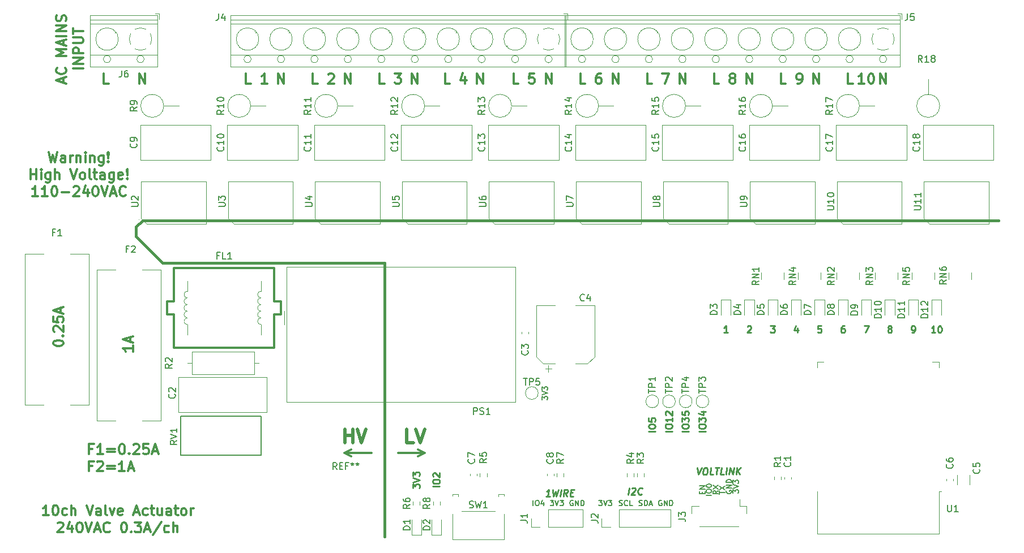
<source format=gbr>
G04 #@! TF.GenerationSoftware,KiCad,Pcbnew,(5.1.8)-1*
G04 #@! TF.CreationDate,2021-12-10T10:53:11+02:00*
G04 #@! TF.ProjectId,controller,636f6e74-726f-46c6-9c65-722e6b696361,rev?*
G04 #@! TF.SameCoordinates,Original*
G04 #@! TF.FileFunction,Legend,Top*
G04 #@! TF.FilePolarity,Positive*
%FSLAX46Y46*%
G04 Gerber Fmt 4.6, Leading zero omitted, Abs format (unit mm)*
G04 Created by KiCad (PCBNEW (5.1.8)-1) date 2021-12-10 10:53:11*
%MOMM*%
%LPD*%
G01*
G04 APERTURE LIST*
%ADD10C,0.200000*%
%ADD11C,0.250000*%
%ADD12C,0.300000*%
%ADD13C,0.500000*%
%ADD14C,0.400000*%
%ADD15C,0.120000*%
%ADD16C,0.150000*%
G04 APERTURE END LIST*
D10*
X116061904Y-90490476D02*
X116061904Y-89995238D01*
X116366666Y-90261904D01*
X116366666Y-90147619D01*
X116404761Y-90071428D01*
X116442857Y-90033333D01*
X116519047Y-89995238D01*
X116709523Y-89995238D01*
X116785714Y-90033333D01*
X116823809Y-90071428D01*
X116861904Y-90147619D01*
X116861904Y-90376190D01*
X116823809Y-90452380D01*
X116785714Y-90490476D01*
X116061904Y-89766666D02*
X116861904Y-89500000D01*
X116061904Y-89233333D01*
X116061904Y-89042857D02*
X116061904Y-88547619D01*
X116366666Y-88814285D01*
X116366666Y-88700000D01*
X116404761Y-88623809D01*
X116442857Y-88585714D01*
X116519047Y-88547619D01*
X116709523Y-88547619D01*
X116785714Y-88585714D01*
X116823809Y-88623809D01*
X116861904Y-88700000D01*
X116861904Y-88928571D01*
X116823809Y-89004761D01*
X116785714Y-89042857D01*
D11*
X140452380Y-95226190D02*
X139452380Y-95226190D01*
X139452380Y-94559523D02*
X139452380Y-94369047D01*
X139500000Y-94273809D01*
X139595238Y-94178571D01*
X139785714Y-94130952D01*
X140119047Y-94130952D01*
X140309523Y-94178571D01*
X140404761Y-94273809D01*
X140452380Y-94369047D01*
X140452380Y-94559523D01*
X140404761Y-94654761D01*
X140309523Y-94750000D01*
X140119047Y-94797619D01*
X139785714Y-94797619D01*
X139595238Y-94750000D01*
X139500000Y-94654761D01*
X139452380Y-94559523D01*
X139452380Y-93797619D02*
X139452380Y-93178571D01*
X139833333Y-93511904D01*
X139833333Y-93369047D01*
X139880952Y-93273809D01*
X139928571Y-93226190D01*
X140023809Y-93178571D01*
X140261904Y-93178571D01*
X140357142Y-93226190D01*
X140404761Y-93273809D01*
X140452380Y-93369047D01*
X140452380Y-93654761D01*
X140404761Y-93750000D01*
X140357142Y-93797619D01*
X139785714Y-92321428D02*
X140452380Y-92321428D01*
X139404761Y-92559523D02*
X140119047Y-92797619D01*
X140119047Y-92178571D01*
X137952380Y-95226190D02*
X136952380Y-95226190D01*
X136952380Y-94559523D02*
X136952380Y-94369047D01*
X137000000Y-94273809D01*
X137095238Y-94178571D01*
X137285714Y-94130952D01*
X137619047Y-94130952D01*
X137809523Y-94178571D01*
X137904761Y-94273809D01*
X137952380Y-94369047D01*
X137952380Y-94559523D01*
X137904761Y-94654761D01*
X137809523Y-94750000D01*
X137619047Y-94797619D01*
X137285714Y-94797619D01*
X137095238Y-94750000D01*
X137000000Y-94654761D01*
X136952380Y-94559523D01*
X136952380Y-93797619D02*
X136952380Y-93178571D01*
X137333333Y-93511904D01*
X137333333Y-93369047D01*
X137380952Y-93273809D01*
X137428571Y-93226190D01*
X137523809Y-93178571D01*
X137761904Y-93178571D01*
X137857142Y-93226190D01*
X137904761Y-93273809D01*
X137952380Y-93369047D01*
X137952380Y-93654761D01*
X137904761Y-93750000D01*
X137857142Y-93797619D01*
X136952380Y-92273809D02*
X136952380Y-92750000D01*
X137428571Y-92797619D01*
X137380952Y-92750000D01*
X137333333Y-92654761D01*
X137333333Y-92416666D01*
X137380952Y-92321428D01*
X137428571Y-92273809D01*
X137523809Y-92226190D01*
X137761904Y-92226190D01*
X137857142Y-92273809D01*
X137904761Y-92321428D01*
X137952380Y-92416666D01*
X137952380Y-92654761D01*
X137904761Y-92750000D01*
X137857142Y-92797619D01*
X135452380Y-95226190D02*
X134452380Y-95226190D01*
X134452380Y-94559523D02*
X134452380Y-94369047D01*
X134500000Y-94273809D01*
X134595238Y-94178571D01*
X134785714Y-94130952D01*
X135119047Y-94130952D01*
X135309523Y-94178571D01*
X135404761Y-94273809D01*
X135452380Y-94369047D01*
X135452380Y-94559523D01*
X135404761Y-94654761D01*
X135309523Y-94750000D01*
X135119047Y-94797619D01*
X134785714Y-94797619D01*
X134595238Y-94750000D01*
X134500000Y-94654761D01*
X134452380Y-94559523D01*
X135452380Y-93178571D02*
X135452380Y-93750000D01*
X135452380Y-93464285D02*
X134452380Y-93464285D01*
X134595238Y-93559523D01*
X134690476Y-93654761D01*
X134738095Y-93750000D01*
X134547619Y-92797619D02*
X134500000Y-92750000D01*
X134452380Y-92654761D01*
X134452380Y-92416666D01*
X134500000Y-92321428D01*
X134547619Y-92273809D01*
X134642857Y-92226190D01*
X134738095Y-92226190D01*
X134880952Y-92273809D01*
X135452380Y-92845238D01*
X135452380Y-92226190D01*
X132952380Y-95250000D02*
X131952380Y-95250000D01*
X131952380Y-94583333D02*
X131952380Y-94392857D01*
X132000000Y-94297619D01*
X132095238Y-94202380D01*
X132285714Y-94154761D01*
X132619047Y-94154761D01*
X132809523Y-94202380D01*
X132904761Y-94297619D01*
X132952380Y-94392857D01*
X132952380Y-94583333D01*
X132904761Y-94678571D01*
X132809523Y-94773809D01*
X132619047Y-94821428D01*
X132285714Y-94821428D01*
X132095238Y-94773809D01*
X132000000Y-94678571D01*
X131952380Y-94583333D01*
X131952380Y-93250000D02*
X131952380Y-93726190D01*
X132428571Y-93773809D01*
X132380952Y-93726190D01*
X132333333Y-93630952D01*
X132333333Y-93392857D01*
X132380952Y-93297619D01*
X132428571Y-93250000D01*
X132523809Y-93202380D01*
X132761904Y-93202380D01*
X132857142Y-93250000D01*
X132904761Y-93297619D01*
X132952380Y-93392857D01*
X132952380Y-93630952D01*
X132904761Y-93726190D01*
X132857142Y-93773809D01*
D10*
X117259523Y-105561904D02*
X117754761Y-105561904D01*
X117488095Y-105866666D01*
X117602380Y-105866666D01*
X117678571Y-105904761D01*
X117716666Y-105942857D01*
X117754761Y-106019047D01*
X117754761Y-106209523D01*
X117716666Y-106285714D01*
X117678571Y-106323809D01*
X117602380Y-106361904D01*
X117373809Y-106361904D01*
X117297619Y-106323809D01*
X117259523Y-106285714D01*
X117983333Y-105561904D02*
X118250000Y-106361904D01*
X118516666Y-105561904D01*
X118707142Y-105561904D02*
X119202380Y-105561904D01*
X118935714Y-105866666D01*
X119050000Y-105866666D01*
X119126190Y-105904761D01*
X119164285Y-105942857D01*
X119202380Y-106019047D01*
X119202380Y-106209523D01*
X119164285Y-106285714D01*
X119126190Y-106323809D01*
X119050000Y-106361904D01*
X118821428Y-106361904D01*
X118745238Y-106323809D01*
X118707142Y-106285714D01*
X120640476Y-105600000D02*
X120564285Y-105561904D01*
X120450000Y-105561904D01*
X120335714Y-105600000D01*
X120259523Y-105676190D01*
X120221428Y-105752380D01*
X120183333Y-105904761D01*
X120183333Y-106019047D01*
X120221428Y-106171428D01*
X120259523Y-106247619D01*
X120335714Y-106323809D01*
X120450000Y-106361904D01*
X120526190Y-106361904D01*
X120640476Y-106323809D01*
X120678571Y-106285714D01*
X120678571Y-106019047D01*
X120526190Y-106019047D01*
X121021428Y-106361904D02*
X121021428Y-105561904D01*
X121478571Y-106361904D01*
X121478571Y-105561904D01*
X121859523Y-106361904D02*
X121859523Y-105561904D01*
X122050000Y-105561904D01*
X122164285Y-105600000D01*
X122240476Y-105676190D01*
X122278571Y-105752380D01*
X122316666Y-105904761D01*
X122316666Y-106019047D01*
X122278571Y-106171428D01*
X122240476Y-106247619D01*
X122164285Y-106323809D01*
X122050000Y-106361904D01*
X121859523Y-106361904D01*
D11*
X128915699Y-104702380D02*
X129040699Y-103702380D01*
X129457366Y-103797619D02*
X129510937Y-103750000D01*
X129612127Y-103702380D01*
X129850223Y-103702380D01*
X129939508Y-103750000D01*
X129981175Y-103797619D01*
X130016889Y-103892857D01*
X130004985Y-103988095D01*
X129939508Y-104130952D01*
X129296651Y-104702380D01*
X129915699Y-104702380D01*
X130927604Y-104607142D02*
X130874032Y-104654761D01*
X130725223Y-104702380D01*
X130629985Y-104702380D01*
X130493080Y-104654761D01*
X130409747Y-104559523D01*
X130374032Y-104464285D01*
X130350223Y-104273809D01*
X130368080Y-104130952D01*
X130439508Y-103940476D01*
X130499032Y-103845238D01*
X130606175Y-103750000D01*
X130754985Y-103702380D01*
X130850223Y-103702380D01*
X130987127Y-103750000D01*
X131028794Y-103797619D01*
D12*
X48802142Y-97867857D02*
X48302142Y-97867857D01*
X48302142Y-98653571D02*
X48302142Y-97153571D01*
X49016428Y-97153571D01*
X50373571Y-98653571D02*
X49516428Y-98653571D01*
X49945000Y-98653571D02*
X49945000Y-97153571D01*
X49802142Y-97367857D01*
X49659285Y-97510714D01*
X49516428Y-97582142D01*
X51016428Y-97867857D02*
X52159285Y-97867857D01*
X52159285Y-98296428D02*
X51016428Y-98296428D01*
X53159285Y-97153571D02*
X53302142Y-97153571D01*
X53445000Y-97225000D01*
X53516428Y-97296428D01*
X53587857Y-97439285D01*
X53659285Y-97725000D01*
X53659285Y-98082142D01*
X53587857Y-98367857D01*
X53516428Y-98510714D01*
X53445000Y-98582142D01*
X53302142Y-98653571D01*
X53159285Y-98653571D01*
X53016428Y-98582142D01*
X52945000Y-98510714D01*
X52873571Y-98367857D01*
X52802142Y-98082142D01*
X52802142Y-97725000D01*
X52873571Y-97439285D01*
X52945000Y-97296428D01*
X53016428Y-97225000D01*
X53159285Y-97153571D01*
X54302142Y-98510714D02*
X54373571Y-98582142D01*
X54302142Y-98653571D01*
X54230714Y-98582142D01*
X54302142Y-98510714D01*
X54302142Y-98653571D01*
X54945000Y-97296428D02*
X55016428Y-97225000D01*
X55159285Y-97153571D01*
X55516428Y-97153571D01*
X55659285Y-97225000D01*
X55730714Y-97296428D01*
X55802142Y-97439285D01*
X55802142Y-97582142D01*
X55730714Y-97796428D01*
X54873571Y-98653571D01*
X55802142Y-98653571D01*
X57159285Y-97153571D02*
X56445000Y-97153571D01*
X56373571Y-97867857D01*
X56445000Y-97796428D01*
X56587857Y-97725000D01*
X56945000Y-97725000D01*
X57087857Y-97796428D01*
X57159285Y-97867857D01*
X57230714Y-98010714D01*
X57230714Y-98367857D01*
X57159285Y-98510714D01*
X57087857Y-98582142D01*
X56945000Y-98653571D01*
X56587857Y-98653571D01*
X56445000Y-98582142D01*
X56373571Y-98510714D01*
X57802142Y-98225000D02*
X58516428Y-98225000D01*
X57659285Y-98653571D02*
X58159285Y-97153571D01*
X58659285Y-98653571D01*
X48802142Y-100417857D02*
X48302142Y-100417857D01*
X48302142Y-101203571D02*
X48302142Y-99703571D01*
X49016428Y-99703571D01*
X49516428Y-99846428D02*
X49587857Y-99775000D01*
X49730714Y-99703571D01*
X50087857Y-99703571D01*
X50230714Y-99775000D01*
X50302142Y-99846428D01*
X50373571Y-99989285D01*
X50373571Y-100132142D01*
X50302142Y-100346428D01*
X49445000Y-101203571D01*
X50373571Y-101203571D01*
X51016428Y-100417857D02*
X52159285Y-100417857D01*
X52159285Y-100846428D02*
X51016428Y-100846428D01*
X53659285Y-101203571D02*
X52802142Y-101203571D01*
X53230714Y-101203571D02*
X53230714Y-99703571D01*
X53087857Y-99917857D01*
X52945000Y-100060714D01*
X52802142Y-100132142D01*
X54230714Y-100775000D02*
X54945000Y-100775000D01*
X54087857Y-101203571D02*
X54587857Y-99703571D01*
X55087857Y-101203571D01*
X54878571Y-82414285D02*
X54878571Y-83271428D01*
X54878571Y-82842857D02*
X53378571Y-82842857D01*
X53592857Y-82985714D01*
X53735714Y-83128571D01*
X53807142Y-83271428D01*
X54450000Y-81842857D02*
X54450000Y-81128571D01*
X54878571Y-81985714D02*
X53378571Y-81485714D01*
X54878571Y-80985714D01*
X42978571Y-82100000D02*
X42978571Y-81957142D01*
X43050000Y-81814285D01*
X43121428Y-81742857D01*
X43264285Y-81671428D01*
X43550000Y-81600000D01*
X43907142Y-81600000D01*
X44192857Y-81671428D01*
X44335714Y-81742857D01*
X44407142Y-81814285D01*
X44478571Y-81957142D01*
X44478571Y-82100000D01*
X44407142Y-82242857D01*
X44335714Y-82314285D01*
X44192857Y-82385714D01*
X43907142Y-82457142D01*
X43550000Y-82457142D01*
X43264285Y-82385714D01*
X43121428Y-82314285D01*
X43050000Y-82242857D01*
X42978571Y-82100000D01*
X44335714Y-80957142D02*
X44407142Y-80885714D01*
X44478571Y-80957142D01*
X44407142Y-81028571D01*
X44335714Y-80957142D01*
X44478571Y-80957142D01*
X43121428Y-80314285D02*
X43050000Y-80242857D01*
X42978571Y-80100000D01*
X42978571Y-79742857D01*
X43050000Y-79600000D01*
X43121428Y-79528571D01*
X43264285Y-79457142D01*
X43407142Y-79457142D01*
X43621428Y-79528571D01*
X44478571Y-80385714D01*
X44478571Y-79457142D01*
X42978571Y-78100000D02*
X42978571Y-78814285D01*
X43692857Y-78885714D01*
X43621428Y-78814285D01*
X43550000Y-78671428D01*
X43550000Y-78314285D01*
X43621428Y-78171428D01*
X43692857Y-78100000D01*
X43835714Y-78028571D01*
X44192857Y-78028571D01*
X44335714Y-78100000D01*
X44407142Y-78171428D01*
X44478571Y-78314285D01*
X44478571Y-78671428D01*
X44407142Y-78814285D01*
X44335714Y-78885714D01*
X44050000Y-77457142D02*
X44050000Y-76742857D01*
X44478571Y-77600000D02*
X42978571Y-77100000D01*
X44478571Y-76600000D01*
X42264285Y-53428571D02*
X42621428Y-54928571D01*
X42907142Y-53857142D01*
X43192857Y-54928571D01*
X43550000Y-53428571D01*
X44764285Y-54928571D02*
X44764285Y-54142857D01*
X44692857Y-54000000D01*
X44550000Y-53928571D01*
X44264285Y-53928571D01*
X44121428Y-54000000D01*
X44764285Y-54857142D02*
X44621428Y-54928571D01*
X44264285Y-54928571D01*
X44121428Y-54857142D01*
X44050000Y-54714285D01*
X44050000Y-54571428D01*
X44121428Y-54428571D01*
X44264285Y-54357142D01*
X44621428Y-54357142D01*
X44764285Y-54285714D01*
X45478571Y-54928571D02*
X45478571Y-53928571D01*
X45478571Y-54214285D02*
X45550000Y-54071428D01*
X45621428Y-54000000D01*
X45764285Y-53928571D01*
X45907142Y-53928571D01*
X46407142Y-53928571D02*
X46407142Y-54928571D01*
X46407142Y-54071428D02*
X46478571Y-54000000D01*
X46621428Y-53928571D01*
X46835714Y-53928571D01*
X46978571Y-54000000D01*
X47050000Y-54142857D01*
X47050000Y-54928571D01*
X47764285Y-54928571D02*
X47764285Y-53928571D01*
X47764285Y-53428571D02*
X47692857Y-53500000D01*
X47764285Y-53571428D01*
X47835714Y-53500000D01*
X47764285Y-53428571D01*
X47764285Y-53571428D01*
X48478571Y-53928571D02*
X48478571Y-54928571D01*
X48478571Y-54071428D02*
X48550000Y-54000000D01*
X48692857Y-53928571D01*
X48907142Y-53928571D01*
X49050000Y-54000000D01*
X49121428Y-54142857D01*
X49121428Y-54928571D01*
X50478571Y-53928571D02*
X50478571Y-55142857D01*
X50407142Y-55285714D01*
X50335714Y-55357142D01*
X50192857Y-55428571D01*
X49978571Y-55428571D01*
X49835714Y-55357142D01*
X50478571Y-54857142D02*
X50335714Y-54928571D01*
X50050000Y-54928571D01*
X49907142Y-54857142D01*
X49835714Y-54785714D01*
X49764285Y-54642857D01*
X49764285Y-54214285D01*
X49835714Y-54071428D01*
X49907142Y-54000000D01*
X50050000Y-53928571D01*
X50335714Y-53928571D01*
X50478571Y-54000000D01*
X51192857Y-54785714D02*
X51264285Y-54857142D01*
X51192857Y-54928571D01*
X51121428Y-54857142D01*
X51192857Y-54785714D01*
X51192857Y-54928571D01*
X51192857Y-54357142D02*
X51121428Y-53500000D01*
X51192857Y-53428571D01*
X51264285Y-53500000D01*
X51192857Y-54357142D01*
X51192857Y-53428571D01*
X39585714Y-57478571D02*
X39585714Y-55978571D01*
X39585714Y-56692857D02*
X40442857Y-56692857D01*
X40442857Y-57478571D02*
X40442857Y-55978571D01*
X41157142Y-57478571D02*
X41157142Y-56478571D01*
X41157142Y-55978571D02*
X41085714Y-56050000D01*
X41157142Y-56121428D01*
X41228571Y-56050000D01*
X41157142Y-55978571D01*
X41157142Y-56121428D01*
X42514285Y-56478571D02*
X42514285Y-57692857D01*
X42442857Y-57835714D01*
X42371428Y-57907142D01*
X42228571Y-57978571D01*
X42014285Y-57978571D01*
X41871428Y-57907142D01*
X42514285Y-57407142D02*
X42371428Y-57478571D01*
X42085714Y-57478571D01*
X41942857Y-57407142D01*
X41871428Y-57335714D01*
X41800000Y-57192857D01*
X41800000Y-56764285D01*
X41871428Y-56621428D01*
X41942857Y-56550000D01*
X42085714Y-56478571D01*
X42371428Y-56478571D01*
X42514285Y-56550000D01*
X43228571Y-57478571D02*
X43228571Y-55978571D01*
X43871428Y-57478571D02*
X43871428Y-56692857D01*
X43800000Y-56550000D01*
X43657142Y-56478571D01*
X43442857Y-56478571D01*
X43300000Y-56550000D01*
X43228571Y-56621428D01*
X45514285Y-55978571D02*
X46014285Y-57478571D01*
X46514285Y-55978571D01*
X47228571Y-57478571D02*
X47085714Y-57407142D01*
X47014285Y-57335714D01*
X46942857Y-57192857D01*
X46942857Y-56764285D01*
X47014285Y-56621428D01*
X47085714Y-56550000D01*
X47228571Y-56478571D01*
X47442857Y-56478571D01*
X47585714Y-56550000D01*
X47657142Y-56621428D01*
X47728571Y-56764285D01*
X47728571Y-57192857D01*
X47657142Y-57335714D01*
X47585714Y-57407142D01*
X47442857Y-57478571D01*
X47228571Y-57478571D01*
X48585714Y-57478571D02*
X48442857Y-57407142D01*
X48371428Y-57264285D01*
X48371428Y-55978571D01*
X48942857Y-56478571D02*
X49514285Y-56478571D01*
X49157142Y-55978571D02*
X49157142Y-57264285D01*
X49228571Y-57407142D01*
X49371428Y-57478571D01*
X49514285Y-57478571D01*
X50657142Y-57478571D02*
X50657142Y-56692857D01*
X50585714Y-56550000D01*
X50442857Y-56478571D01*
X50157142Y-56478571D01*
X50014285Y-56550000D01*
X50657142Y-57407142D02*
X50514285Y-57478571D01*
X50157142Y-57478571D01*
X50014285Y-57407142D01*
X49942857Y-57264285D01*
X49942857Y-57121428D01*
X50014285Y-56978571D01*
X50157142Y-56907142D01*
X50514285Y-56907142D01*
X50657142Y-56835714D01*
X52014285Y-56478571D02*
X52014285Y-57692857D01*
X51942857Y-57835714D01*
X51871428Y-57907142D01*
X51728571Y-57978571D01*
X51514285Y-57978571D01*
X51371428Y-57907142D01*
X52014285Y-57407142D02*
X51871428Y-57478571D01*
X51585714Y-57478571D01*
X51442857Y-57407142D01*
X51371428Y-57335714D01*
X51300000Y-57192857D01*
X51300000Y-56764285D01*
X51371428Y-56621428D01*
X51442857Y-56550000D01*
X51585714Y-56478571D01*
X51871428Y-56478571D01*
X52014285Y-56550000D01*
X53300000Y-57407142D02*
X53157142Y-57478571D01*
X52871428Y-57478571D01*
X52728571Y-57407142D01*
X52657142Y-57264285D01*
X52657142Y-56692857D01*
X52728571Y-56550000D01*
X52871428Y-56478571D01*
X53157142Y-56478571D01*
X53300000Y-56550000D01*
X53371428Y-56692857D01*
X53371428Y-56835714D01*
X52657142Y-56978571D01*
X54014285Y-57335714D02*
X54085714Y-57407142D01*
X54014285Y-57478571D01*
X53942857Y-57407142D01*
X54014285Y-57335714D01*
X54014285Y-57478571D01*
X54014285Y-56907142D02*
X53942857Y-56050000D01*
X54014285Y-55978571D01*
X54085714Y-56050000D01*
X54014285Y-56907142D01*
X54014285Y-55978571D01*
X40692857Y-60028571D02*
X39835714Y-60028571D01*
X40264285Y-60028571D02*
X40264285Y-58528571D01*
X40121428Y-58742857D01*
X39978571Y-58885714D01*
X39835714Y-58957142D01*
X42121428Y-60028571D02*
X41264285Y-60028571D01*
X41692857Y-60028571D02*
X41692857Y-58528571D01*
X41550000Y-58742857D01*
X41407142Y-58885714D01*
X41264285Y-58957142D01*
X43050000Y-58528571D02*
X43192857Y-58528571D01*
X43335714Y-58600000D01*
X43407142Y-58671428D01*
X43478571Y-58814285D01*
X43550000Y-59100000D01*
X43550000Y-59457142D01*
X43478571Y-59742857D01*
X43407142Y-59885714D01*
X43335714Y-59957142D01*
X43192857Y-60028571D01*
X43050000Y-60028571D01*
X42907142Y-59957142D01*
X42835714Y-59885714D01*
X42764285Y-59742857D01*
X42692857Y-59457142D01*
X42692857Y-59100000D01*
X42764285Y-58814285D01*
X42835714Y-58671428D01*
X42907142Y-58600000D01*
X43050000Y-58528571D01*
X44192857Y-59457142D02*
X45335714Y-59457142D01*
X45978571Y-58671428D02*
X46050000Y-58600000D01*
X46192857Y-58528571D01*
X46550000Y-58528571D01*
X46692857Y-58600000D01*
X46764285Y-58671428D01*
X46835714Y-58814285D01*
X46835714Y-58957142D01*
X46764285Y-59171428D01*
X45907142Y-60028571D01*
X46835714Y-60028571D01*
X48121428Y-59028571D02*
X48121428Y-60028571D01*
X47764285Y-58457142D02*
X47407142Y-59528571D01*
X48335714Y-59528571D01*
X49192857Y-58528571D02*
X49335714Y-58528571D01*
X49478571Y-58600000D01*
X49550000Y-58671428D01*
X49621428Y-58814285D01*
X49692857Y-59100000D01*
X49692857Y-59457142D01*
X49621428Y-59742857D01*
X49550000Y-59885714D01*
X49478571Y-59957142D01*
X49335714Y-60028571D01*
X49192857Y-60028571D01*
X49050000Y-59957142D01*
X48978571Y-59885714D01*
X48907142Y-59742857D01*
X48835714Y-59457142D01*
X48835714Y-59100000D01*
X48907142Y-58814285D01*
X48978571Y-58671428D01*
X49050000Y-58600000D01*
X49192857Y-58528571D01*
X50121428Y-58528571D02*
X50621428Y-60028571D01*
X51121428Y-58528571D01*
X51550000Y-59600000D02*
X52264285Y-59600000D01*
X51407142Y-60028571D02*
X51907142Y-58528571D01*
X52407142Y-60028571D01*
X53764285Y-59885714D02*
X53692857Y-59957142D01*
X53478571Y-60028571D01*
X53335714Y-60028571D01*
X53121428Y-59957142D01*
X52978571Y-59814285D01*
X52907142Y-59671428D01*
X52835714Y-59385714D01*
X52835714Y-59171428D01*
X52907142Y-58885714D01*
X52978571Y-58742857D01*
X53121428Y-58600000D01*
X53335714Y-58528571D01*
X53478571Y-58528571D01*
X53692857Y-58600000D01*
X53764285Y-58671428D01*
D11*
X117165699Y-104952380D02*
X116594270Y-104952380D01*
X116879985Y-104952380D02*
X117004985Y-103952380D01*
X116891889Y-104095238D01*
X116784747Y-104190476D01*
X116683556Y-104238095D01*
X117624032Y-103952380D02*
X117737127Y-104952380D01*
X118016889Y-104238095D01*
X118118080Y-104952380D01*
X118481175Y-103952380D01*
X118737127Y-104952380D02*
X118862127Y-103952380D01*
X119784747Y-104952380D02*
X119510937Y-104476190D01*
X119213318Y-104952380D02*
X119338318Y-103952380D01*
X119719270Y-103952380D01*
X119808556Y-104000000D01*
X119850223Y-104047619D01*
X119885937Y-104142857D01*
X119868080Y-104285714D01*
X119808556Y-104380952D01*
X119754985Y-104428571D01*
X119653794Y-104476190D01*
X119272842Y-104476190D01*
X120278794Y-104428571D02*
X120612127Y-104428571D01*
X120689508Y-104952380D02*
X120213318Y-104952380D01*
X120338318Y-103952380D01*
X120814508Y-103952380D01*
D10*
X114700000Y-106361904D02*
X114700000Y-105561904D01*
X115233333Y-105561904D02*
X115385714Y-105561904D01*
X115461904Y-105600000D01*
X115538095Y-105676190D01*
X115576190Y-105828571D01*
X115576190Y-106095238D01*
X115538095Y-106247619D01*
X115461904Y-106323809D01*
X115385714Y-106361904D01*
X115233333Y-106361904D01*
X115157142Y-106323809D01*
X115080952Y-106247619D01*
X115042857Y-106095238D01*
X115042857Y-105828571D01*
X115080952Y-105676190D01*
X115157142Y-105600000D01*
X115233333Y-105561904D01*
X116261904Y-105828571D02*
X116261904Y-106361904D01*
X116071428Y-105523809D02*
X115880952Y-106095238D01*
X116376190Y-106095238D01*
D11*
X100702380Y-103500000D02*
X99702380Y-103500000D01*
X99702380Y-102833333D02*
X99702380Y-102642857D01*
X99750000Y-102547619D01*
X99845238Y-102452380D01*
X100035714Y-102404761D01*
X100369047Y-102404761D01*
X100559523Y-102452380D01*
X100654761Y-102547619D01*
X100702380Y-102642857D01*
X100702380Y-102833333D01*
X100654761Y-102928571D01*
X100559523Y-103023809D01*
X100369047Y-103071428D01*
X100035714Y-103071428D01*
X99845238Y-103023809D01*
X99750000Y-102928571D01*
X99702380Y-102833333D01*
X99797619Y-102023809D02*
X99750000Y-101976190D01*
X99702380Y-101880952D01*
X99702380Y-101642857D01*
X99750000Y-101547619D01*
X99797619Y-101500000D01*
X99892857Y-101452380D01*
X99988095Y-101452380D01*
X100130952Y-101500000D01*
X100702380Y-102071428D01*
X100702380Y-101452380D01*
X96702380Y-103738095D02*
X96702380Y-103119047D01*
X97083333Y-103452380D01*
X97083333Y-103309523D01*
X97130952Y-103214285D01*
X97178571Y-103166666D01*
X97273809Y-103119047D01*
X97511904Y-103119047D01*
X97607142Y-103166666D01*
X97654761Y-103214285D01*
X97702380Y-103309523D01*
X97702380Y-103595238D01*
X97654761Y-103690476D01*
X97607142Y-103738095D01*
X96702380Y-102833333D02*
X97702380Y-102500000D01*
X96702380Y-102166666D01*
X96702380Y-101928571D02*
X96702380Y-101309523D01*
X97083333Y-101642857D01*
X97083333Y-101500000D01*
X97130952Y-101404761D01*
X97178571Y-101357142D01*
X97273809Y-101309523D01*
X97511904Y-101309523D01*
X97607142Y-101357142D01*
X97654761Y-101404761D01*
X97702380Y-101500000D01*
X97702380Y-101785714D01*
X97654761Y-101880952D01*
X97607142Y-101928571D01*
D10*
X133890476Y-105600000D02*
X133814285Y-105561904D01*
X133700000Y-105561904D01*
X133585714Y-105600000D01*
X133509523Y-105676190D01*
X133471428Y-105752380D01*
X133433333Y-105904761D01*
X133433333Y-106019047D01*
X133471428Y-106171428D01*
X133509523Y-106247619D01*
X133585714Y-106323809D01*
X133700000Y-106361904D01*
X133776190Y-106361904D01*
X133890476Y-106323809D01*
X133928571Y-106285714D01*
X133928571Y-106019047D01*
X133776190Y-106019047D01*
X134271428Y-106361904D02*
X134271428Y-105561904D01*
X134728571Y-106361904D01*
X134728571Y-105561904D01*
X135109523Y-106361904D02*
X135109523Y-105561904D01*
X135300000Y-105561904D01*
X135414285Y-105600000D01*
X135490476Y-105676190D01*
X135528571Y-105752380D01*
X135566666Y-105904761D01*
X135566666Y-106019047D01*
X135528571Y-106171428D01*
X135490476Y-106247619D01*
X135414285Y-106323809D01*
X135300000Y-106361904D01*
X135109523Y-106361904D01*
X124509523Y-105561904D02*
X125004761Y-105561904D01*
X124738095Y-105866666D01*
X124852380Y-105866666D01*
X124928571Y-105904761D01*
X124966666Y-105942857D01*
X125004761Y-106019047D01*
X125004761Y-106209523D01*
X124966666Y-106285714D01*
X124928571Y-106323809D01*
X124852380Y-106361904D01*
X124623809Y-106361904D01*
X124547619Y-106323809D01*
X124509523Y-106285714D01*
X125233333Y-105561904D02*
X125500000Y-106361904D01*
X125766666Y-105561904D01*
X125957142Y-105561904D02*
X126452380Y-105561904D01*
X126185714Y-105866666D01*
X126300000Y-105866666D01*
X126376190Y-105904761D01*
X126414285Y-105942857D01*
X126452380Y-106019047D01*
X126452380Y-106209523D01*
X126414285Y-106285714D01*
X126376190Y-106323809D01*
X126300000Y-106361904D01*
X126071428Y-106361904D01*
X125995238Y-106323809D01*
X125957142Y-106285714D01*
X130528571Y-106323809D02*
X130642857Y-106361904D01*
X130833333Y-106361904D01*
X130909523Y-106323809D01*
X130947619Y-106285714D01*
X130985714Y-106209523D01*
X130985714Y-106133333D01*
X130947619Y-106057142D01*
X130909523Y-106019047D01*
X130833333Y-105980952D01*
X130680952Y-105942857D01*
X130604761Y-105904761D01*
X130566666Y-105866666D01*
X130528571Y-105790476D01*
X130528571Y-105714285D01*
X130566666Y-105638095D01*
X130604761Y-105600000D01*
X130680952Y-105561904D01*
X130871428Y-105561904D01*
X130985714Y-105600000D01*
X131328571Y-106361904D02*
X131328571Y-105561904D01*
X131519047Y-105561904D01*
X131633333Y-105600000D01*
X131709523Y-105676190D01*
X131747619Y-105752380D01*
X131785714Y-105904761D01*
X131785714Y-106019047D01*
X131747619Y-106171428D01*
X131709523Y-106247619D01*
X131633333Y-106323809D01*
X131519047Y-106361904D01*
X131328571Y-106361904D01*
X132090476Y-106133333D02*
X132471428Y-106133333D01*
X132014285Y-106361904D02*
X132280952Y-105561904D01*
X132547619Y-106361904D01*
X127547619Y-106323809D02*
X127661904Y-106361904D01*
X127852380Y-106361904D01*
X127928571Y-106323809D01*
X127966666Y-106285714D01*
X128004761Y-106209523D01*
X128004761Y-106133333D01*
X127966666Y-106057142D01*
X127928571Y-106019047D01*
X127852380Y-105980952D01*
X127700000Y-105942857D01*
X127623809Y-105904761D01*
X127585714Y-105866666D01*
X127547619Y-105790476D01*
X127547619Y-105714285D01*
X127585714Y-105638095D01*
X127623809Y-105600000D01*
X127700000Y-105561904D01*
X127890476Y-105561904D01*
X128004761Y-105600000D01*
X128804761Y-106285714D02*
X128766666Y-106323809D01*
X128652380Y-106361904D01*
X128576190Y-106361904D01*
X128461904Y-106323809D01*
X128385714Y-106247619D01*
X128347619Y-106171428D01*
X128309523Y-106019047D01*
X128309523Y-105904761D01*
X128347619Y-105752380D01*
X128385714Y-105676190D01*
X128461904Y-105600000D01*
X128576190Y-105561904D01*
X128652380Y-105561904D01*
X128766666Y-105600000D01*
X128804761Y-105638095D01*
X129528571Y-106361904D02*
X129147619Y-106361904D01*
X129147619Y-105561904D01*
X144561904Y-104490476D02*
X144561904Y-103995238D01*
X144866666Y-104261904D01*
X144866666Y-104147619D01*
X144904761Y-104071428D01*
X144942857Y-104033333D01*
X145019047Y-103995238D01*
X145209523Y-103995238D01*
X145285714Y-104033333D01*
X145323809Y-104071428D01*
X145361904Y-104147619D01*
X145361904Y-104376190D01*
X145323809Y-104452380D01*
X145285714Y-104490476D01*
X144561904Y-103766666D02*
X145361904Y-103500000D01*
X144561904Y-103233333D01*
X144561904Y-103042857D02*
X144561904Y-102547619D01*
X144866666Y-102814285D01*
X144866666Y-102700000D01*
X144904761Y-102623809D01*
X144942857Y-102585714D01*
X145019047Y-102547619D01*
X145209523Y-102547619D01*
X145285714Y-102585714D01*
X145323809Y-102623809D01*
X145361904Y-102700000D01*
X145361904Y-102928571D01*
X145323809Y-103004761D01*
X145285714Y-103042857D01*
X143600000Y-104109523D02*
X143561904Y-104185714D01*
X143561904Y-104300000D01*
X143600000Y-104414285D01*
X143676190Y-104490476D01*
X143752380Y-104528571D01*
X143904761Y-104566666D01*
X144019047Y-104566666D01*
X144171428Y-104528571D01*
X144247619Y-104490476D01*
X144323809Y-104414285D01*
X144361904Y-104300000D01*
X144361904Y-104223809D01*
X144323809Y-104109523D01*
X144285714Y-104071428D01*
X144019047Y-104071428D01*
X144019047Y-104223809D01*
X144361904Y-103728571D02*
X143561904Y-103728571D01*
X144361904Y-103271428D01*
X143561904Y-103271428D01*
X144361904Y-102890476D02*
X143561904Y-102890476D01*
X143561904Y-102700000D01*
X143600000Y-102585714D01*
X143676190Y-102509523D01*
X143752380Y-102471428D01*
X143904761Y-102433333D01*
X144019047Y-102433333D01*
X144171428Y-102471428D01*
X144247619Y-102509523D01*
X144323809Y-102585714D01*
X144361904Y-102700000D01*
X144361904Y-102890476D01*
X139942857Y-104590476D02*
X139942857Y-104323809D01*
X140361904Y-104209523D02*
X140361904Y-104590476D01*
X139561904Y-104590476D01*
X139561904Y-104209523D01*
X140361904Y-103866666D02*
X139561904Y-103866666D01*
X140361904Y-103409523D01*
X139561904Y-103409523D01*
X141361904Y-104800000D02*
X140561904Y-104800000D01*
X140561904Y-104266666D02*
X140561904Y-104114285D01*
X140600000Y-104038095D01*
X140676190Y-103961904D01*
X140828571Y-103923809D01*
X141095238Y-103923809D01*
X141247619Y-103961904D01*
X141323809Y-104038095D01*
X141361904Y-104114285D01*
X141361904Y-104266666D01*
X141323809Y-104342857D01*
X141247619Y-104419047D01*
X141095238Y-104457142D01*
X140828571Y-104457142D01*
X140676190Y-104419047D01*
X140600000Y-104342857D01*
X140561904Y-104266666D01*
X140561904Y-103428571D02*
X140561904Y-103352380D01*
X140600000Y-103276190D01*
X140638095Y-103238095D01*
X140714285Y-103200000D01*
X140866666Y-103161904D01*
X141057142Y-103161904D01*
X141209523Y-103200000D01*
X141285714Y-103238095D01*
X141323809Y-103276190D01*
X141361904Y-103352380D01*
X141361904Y-103428571D01*
X141323809Y-103504761D01*
X141285714Y-103542857D01*
X141209523Y-103580952D01*
X141057142Y-103619047D01*
X140866666Y-103619047D01*
X140714285Y-103580952D01*
X140638095Y-103542857D01*
X140600000Y-103504761D01*
X140561904Y-103428571D01*
X142361904Y-104133333D02*
X141980952Y-104400000D01*
X142361904Y-104590476D02*
X141561904Y-104590476D01*
X141561904Y-104285714D01*
X141600000Y-104209523D01*
X141638095Y-104171428D01*
X141714285Y-104133333D01*
X141828571Y-104133333D01*
X141904761Y-104171428D01*
X141942857Y-104209523D01*
X141980952Y-104285714D01*
X141980952Y-104590476D01*
X141561904Y-103866666D02*
X142361904Y-103333333D01*
X141561904Y-103333333D02*
X142361904Y-103866666D01*
X142561904Y-104609523D02*
X142561904Y-104152380D01*
X143361904Y-104380952D02*
X142561904Y-104380952D01*
X142561904Y-103961904D02*
X143361904Y-103428571D01*
X142561904Y-103428571D02*
X143361904Y-103961904D01*
D11*
X139207366Y-100702380D02*
X139415699Y-101702380D01*
X139874032Y-100702380D01*
X140397842Y-100702380D02*
X140588318Y-100702380D01*
X140677604Y-100750000D01*
X140760937Y-100845238D01*
X140784747Y-101035714D01*
X140743080Y-101369047D01*
X140671651Y-101559523D01*
X140564508Y-101654761D01*
X140463318Y-101702380D01*
X140272842Y-101702380D01*
X140183556Y-101654761D01*
X140100223Y-101559523D01*
X140076413Y-101369047D01*
X140118080Y-101035714D01*
X140189508Y-100845238D01*
X140296651Y-100750000D01*
X140397842Y-100702380D01*
X141606175Y-101702380D02*
X141129985Y-101702380D01*
X141254985Y-100702380D01*
X141921651Y-100702380D02*
X142493080Y-100702380D01*
X142082366Y-101702380D02*
X142207366Y-100702380D01*
X143177604Y-101702380D02*
X142701413Y-101702380D01*
X142826413Y-100702380D01*
X143510937Y-101702380D02*
X143635937Y-100702380D01*
X143987127Y-101702380D02*
X144112127Y-100702380D01*
X144558556Y-101702380D01*
X144683556Y-100702380D01*
X145034747Y-101702380D02*
X145159747Y-100702380D01*
X145606175Y-101702380D02*
X145249032Y-101130952D01*
X145731175Y-100702380D02*
X145088318Y-101273809D01*
X174809523Y-80452380D02*
X174238095Y-80452380D01*
X174523809Y-80452380D02*
X174523809Y-79452380D01*
X174428571Y-79595238D01*
X174333333Y-79690476D01*
X174238095Y-79738095D01*
X175428571Y-79452380D02*
X175523809Y-79452380D01*
X175619047Y-79500000D01*
X175666666Y-79547619D01*
X175714285Y-79642857D01*
X175761904Y-79833333D01*
X175761904Y-80071428D01*
X175714285Y-80261904D01*
X175666666Y-80357142D01*
X175619047Y-80404761D01*
X175523809Y-80452380D01*
X175428571Y-80452380D01*
X175333333Y-80404761D01*
X175285714Y-80357142D01*
X175238095Y-80261904D01*
X175190476Y-80071428D01*
X175190476Y-79833333D01*
X175238095Y-79642857D01*
X175285714Y-79547619D01*
X175333333Y-79500000D01*
X175428571Y-79452380D01*
X171309523Y-80452380D02*
X171500000Y-80452380D01*
X171595238Y-80404761D01*
X171642857Y-80357142D01*
X171738095Y-80214285D01*
X171785714Y-80023809D01*
X171785714Y-79642857D01*
X171738095Y-79547619D01*
X171690476Y-79500000D01*
X171595238Y-79452380D01*
X171404761Y-79452380D01*
X171309523Y-79500000D01*
X171261904Y-79547619D01*
X171214285Y-79642857D01*
X171214285Y-79880952D01*
X171261904Y-79976190D01*
X171309523Y-80023809D01*
X171404761Y-80071428D01*
X171595238Y-80071428D01*
X171690476Y-80023809D01*
X171738095Y-79976190D01*
X171785714Y-79880952D01*
X167904761Y-79880952D02*
X167809523Y-79833333D01*
X167761904Y-79785714D01*
X167714285Y-79690476D01*
X167714285Y-79642857D01*
X167761904Y-79547619D01*
X167809523Y-79500000D01*
X167904761Y-79452380D01*
X168095238Y-79452380D01*
X168190476Y-79500000D01*
X168238095Y-79547619D01*
X168285714Y-79642857D01*
X168285714Y-79690476D01*
X168238095Y-79785714D01*
X168190476Y-79833333D01*
X168095238Y-79880952D01*
X167904761Y-79880952D01*
X167809523Y-79928571D01*
X167761904Y-79976190D01*
X167714285Y-80071428D01*
X167714285Y-80261904D01*
X167761904Y-80357142D01*
X167809523Y-80404761D01*
X167904761Y-80452380D01*
X168095238Y-80452380D01*
X168190476Y-80404761D01*
X168238095Y-80357142D01*
X168285714Y-80261904D01*
X168285714Y-80071428D01*
X168238095Y-79976190D01*
X168190476Y-79928571D01*
X168095238Y-79880952D01*
X164166666Y-79452380D02*
X164833333Y-79452380D01*
X164404761Y-80452380D01*
X161190476Y-79452380D02*
X161000000Y-79452380D01*
X160904761Y-79500000D01*
X160857142Y-79547619D01*
X160761904Y-79690476D01*
X160714285Y-79880952D01*
X160714285Y-80261904D01*
X160761904Y-80357142D01*
X160809523Y-80404761D01*
X160904761Y-80452380D01*
X161095238Y-80452380D01*
X161190476Y-80404761D01*
X161238095Y-80357142D01*
X161285714Y-80261904D01*
X161285714Y-80023809D01*
X161238095Y-79928571D01*
X161190476Y-79880952D01*
X161095238Y-79833333D01*
X160904761Y-79833333D01*
X160809523Y-79880952D01*
X160761904Y-79928571D01*
X160714285Y-80023809D01*
X157738095Y-79452380D02*
X157261904Y-79452380D01*
X157214285Y-79928571D01*
X157261904Y-79880952D01*
X157357142Y-79833333D01*
X157595238Y-79833333D01*
X157690476Y-79880952D01*
X157738095Y-79928571D01*
X157785714Y-80023809D01*
X157785714Y-80261904D01*
X157738095Y-80357142D01*
X157690476Y-80404761D01*
X157595238Y-80452380D01*
X157357142Y-80452380D01*
X157261904Y-80404761D01*
X157214285Y-80357142D01*
X154190476Y-79785714D02*
X154190476Y-80452380D01*
X153952380Y-79404761D02*
X153714285Y-80119047D01*
X154333333Y-80119047D01*
X150166666Y-79452380D02*
X150785714Y-79452380D01*
X150452380Y-79833333D01*
X150595238Y-79833333D01*
X150690476Y-79880952D01*
X150738095Y-79928571D01*
X150785714Y-80023809D01*
X150785714Y-80261904D01*
X150738095Y-80357142D01*
X150690476Y-80404761D01*
X150595238Y-80452380D01*
X150309523Y-80452380D01*
X150214285Y-80404761D01*
X150166666Y-80357142D01*
X146714285Y-79547619D02*
X146761904Y-79500000D01*
X146857142Y-79452380D01*
X147095238Y-79452380D01*
X147190476Y-79500000D01*
X147238095Y-79547619D01*
X147285714Y-79642857D01*
X147285714Y-79738095D01*
X147238095Y-79880952D01*
X146666666Y-80452380D01*
X147285714Y-80452380D01*
X143785714Y-80452380D02*
X143214285Y-80452380D01*
X143500000Y-80452380D02*
X143500000Y-79452380D01*
X143404761Y-79595238D01*
X143309523Y-79690476D01*
X143214285Y-79738095D01*
D12*
X164214285Y-43178571D02*
X163357142Y-43178571D01*
X163785714Y-43178571D02*
X163785714Y-41678571D01*
X163642857Y-41892857D01*
X163500000Y-42035714D01*
X163357142Y-42107142D01*
X165142857Y-41678571D02*
X165285714Y-41678571D01*
X165428571Y-41750000D01*
X165500000Y-41821428D01*
X165571428Y-41964285D01*
X165642857Y-42250000D01*
X165642857Y-42607142D01*
X165571428Y-42892857D01*
X165500000Y-43035714D01*
X165428571Y-43107142D01*
X165285714Y-43178571D01*
X165142857Y-43178571D01*
X165000000Y-43107142D01*
X164928571Y-43035714D01*
X164857142Y-42892857D01*
X164785714Y-42607142D01*
X164785714Y-42250000D01*
X164857142Y-41964285D01*
X164928571Y-41821428D01*
X165000000Y-41750000D01*
X165142857Y-41678571D01*
X154214285Y-43178571D02*
X154500000Y-43178571D01*
X154642857Y-43107142D01*
X154714285Y-43035714D01*
X154857142Y-42821428D01*
X154928571Y-42535714D01*
X154928571Y-41964285D01*
X154857142Y-41821428D01*
X154785714Y-41750000D01*
X154642857Y-41678571D01*
X154357142Y-41678571D01*
X154214285Y-41750000D01*
X154142857Y-41821428D01*
X154071428Y-41964285D01*
X154071428Y-42321428D01*
X154142857Y-42464285D01*
X154214285Y-42535714D01*
X154357142Y-42607142D01*
X154642857Y-42607142D01*
X154785714Y-42535714D01*
X154857142Y-42464285D01*
X154928571Y-42321428D01*
X144357142Y-42321428D02*
X144214285Y-42250000D01*
X144142857Y-42178571D01*
X144071428Y-42035714D01*
X144071428Y-41964285D01*
X144142857Y-41821428D01*
X144214285Y-41750000D01*
X144357142Y-41678571D01*
X144642857Y-41678571D01*
X144785714Y-41750000D01*
X144857142Y-41821428D01*
X144928571Y-41964285D01*
X144928571Y-42035714D01*
X144857142Y-42178571D01*
X144785714Y-42250000D01*
X144642857Y-42321428D01*
X144357142Y-42321428D01*
X144214285Y-42392857D01*
X144142857Y-42464285D01*
X144071428Y-42607142D01*
X144071428Y-42892857D01*
X144142857Y-43035714D01*
X144214285Y-43107142D01*
X144357142Y-43178571D01*
X144642857Y-43178571D01*
X144785714Y-43107142D01*
X144857142Y-43035714D01*
X144928571Y-42892857D01*
X144928571Y-42607142D01*
X144857142Y-42464285D01*
X144785714Y-42392857D01*
X144642857Y-42321428D01*
X134000000Y-41678571D02*
X135000000Y-41678571D01*
X134357142Y-43178571D01*
X124785714Y-41678571D02*
X124500000Y-41678571D01*
X124357142Y-41750000D01*
X124285714Y-41821428D01*
X124142857Y-42035714D01*
X124071428Y-42321428D01*
X124071428Y-42892857D01*
X124142857Y-43035714D01*
X124214285Y-43107142D01*
X124357142Y-43178571D01*
X124642857Y-43178571D01*
X124785714Y-43107142D01*
X124857142Y-43035714D01*
X124928571Y-42892857D01*
X124928571Y-42535714D01*
X124857142Y-42392857D01*
X124785714Y-42321428D01*
X124642857Y-42250000D01*
X124357142Y-42250000D01*
X124214285Y-42321428D01*
X124142857Y-42392857D01*
X124071428Y-42535714D01*
X114857142Y-41678571D02*
X114142857Y-41678571D01*
X114071428Y-42392857D01*
X114142857Y-42321428D01*
X114285714Y-42250000D01*
X114642857Y-42250000D01*
X114785714Y-42321428D01*
X114857142Y-42392857D01*
X114928571Y-42535714D01*
X114928571Y-42892857D01*
X114857142Y-43035714D01*
X114785714Y-43107142D01*
X114642857Y-43178571D01*
X114285714Y-43178571D01*
X114142857Y-43107142D01*
X114071428Y-43035714D01*
X104535714Y-42178571D02*
X104535714Y-43178571D01*
X104178571Y-41607142D02*
X103821428Y-42678571D01*
X104750000Y-42678571D01*
X94000000Y-41678571D02*
X94928571Y-41678571D01*
X94428571Y-42250000D01*
X94642857Y-42250000D01*
X94785714Y-42321428D01*
X94857142Y-42392857D01*
X94928571Y-42535714D01*
X94928571Y-42892857D01*
X94857142Y-43035714D01*
X94785714Y-43107142D01*
X94642857Y-43178571D01*
X94214285Y-43178571D01*
X94071428Y-43107142D01*
X94000000Y-43035714D01*
X84071428Y-41821428D02*
X84142857Y-41750000D01*
X84285714Y-41678571D01*
X84642857Y-41678571D01*
X84785714Y-41750000D01*
X84857142Y-41821428D01*
X84928571Y-41964285D01*
X84928571Y-42107142D01*
X84857142Y-42321428D01*
X84000000Y-43178571D01*
X84928571Y-43178571D01*
X74928571Y-43178571D02*
X74071428Y-43178571D01*
X74500000Y-43178571D02*
X74500000Y-41678571D01*
X74357142Y-41892857D01*
X74214285Y-42035714D01*
X74071428Y-42107142D01*
X166571428Y-43178571D02*
X166571428Y-41678571D01*
X167428571Y-43178571D01*
X167428571Y-41678571D01*
X162464285Y-43178571D02*
X161750000Y-43178571D01*
X161750000Y-41678571D01*
X156571428Y-43178571D02*
X156571428Y-41678571D01*
X157428571Y-43178571D01*
X157428571Y-41678571D01*
X152464285Y-43178571D02*
X151750000Y-43178571D01*
X151750000Y-41678571D01*
X146571428Y-43178571D02*
X146571428Y-41678571D01*
X147428571Y-43178571D01*
X147428571Y-41678571D01*
X142464285Y-43178571D02*
X141750000Y-43178571D01*
X141750000Y-41678571D01*
X136571428Y-43178571D02*
X136571428Y-41678571D01*
X137428571Y-43178571D01*
X137428571Y-41678571D01*
X132464285Y-43178571D02*
X131750000Y-43178571D01*
X131750000Y-41678571D01*
X126571428Y-43178571D02*
X126571428Y-41678571D01*
X127428571Y-43178571D01*
X127428571Y-41678571D01*
X122464285Y-43178571D02*
X121750000Y-43178571D01*
X121750000Y-41678571D01*
X116571428Y-43178571D02*
X116571428Y-41678571D01*
X117428571Y-43178571D01*
X117428571Y-41678571D01*
X112464285Y-43178571D02*
X111750000Y-43178571D01*
X111750000Y-41678571D01*
X102214285Y-43178571D02*
X101500000Y-43178571D01*
X101500000Y-41678571D01*
X106321428Y-43178571D02*
X106321428Y-41678571D01*
X107178571Y-43178571D01*
X107178571Y-41678571D01*
X92464285Y-43178571D02*
X91750000Y-43178571D01*
X91750000Y-41678571D01*
X96571428Y-43178571D02*
X96571428Y-41678571D01*
X97428571Y-43178571D01*
X97428571Y-41678571D01*
X82464285Y-43178571D02*
X81750000Y-43178571D01*
X81750000Y-41678571D01*
X86571428Y-43178571D02*
X86571428Y-41678571D01*
X87428571Y-43178571D01*
X87428571Y-41678571D01*
X72464285Y-43178571D02*
X71750000Y-43178571D01*
X71750000Y-41678571D01*
X76571428Y-43178571D02*
X76571428Y-41678571D01*
X77428571Y-43178571D01*
X77428571Y-41678571D01*
X51214285Y-43178571D02*
X50500000Y-43178571D01*
X50500000Y-41678571D01*
X55821428Y-43178571D02*
X55821428Y-41678571D01*
X56678571Y-43178571D01*
X56678571Y-41678571D01*
X44475000Y-43035714D02*
X44475000Y-42321428D01*
X44903571Y-43178571D02*
X43403571Y-42678571D01*
X44903571Y-42178571D01*
X44760714Y-40821428D02*
X44832142Y-40892857D01*
X44903571Y-41107142D01*
X44903571Y-41249999D01*
X44832142Y-41464285D01*
X44689285Y-41607142D01*
X44546428Y-41678571D01*
X44260714Y-41749999D01*
X44046428Y-41749999D01*
X43760714Y-41678571D01*
X43617857Y-41607142D01*
X43475000Y-41464285D01*
X43403571Y-41249999D01*
X43403571Y-41107142D01*
X43475000Y-40892857D01*
X43546428Y-40821428D01*
X44903571Y-39035714D02*
X43403571Y-39035714D01*
X44475000Y-38535714D01*
X43403571Y-38035714D01*
X44903571Y-38035714D01*
X44475000Y-37392857D02*
X44475000Y-36678571D01*
X44903571Y-37535714D02*
X43403571Y-37035714D01*
X44903571Y-36535714D01*
X44903571Y-36035714D02*
X43403571Y-36035714D01*
X44903571Y-35321428D02*
X43403571Y-35321428D01*
X44903571Y-34464285D01*
X43403571Y-34464285D01*
X44832142Y-33821428D02*
X44903571Y-33607142D01*
X44903571Y-33250000D01*
X44832142Y-33107142D01*
X44760714Y-33035714D01*
X44617857Y-32964285D01*
X44475000Y-32964285D01*
X44332142Y-33035714D01*
X44260714Y-33107142D01*
X44189285Y-33250000D01*
X44117857Y-33535714D01*
X44046428Y-33678571D01*
X43975000Y-33750000D01*
X43832142Y-33821428D01*
X43689285Y-33821428D01*
X43546428Y-33750000D01*
X43475000Y-33678571D01*
X43403571Y-33535714D01*
X43403571Y-33178571D01*
X43475000Y-32964285D01*
X47453571Y-40892857D02*
X45953571Y-40892857D01*
X47453571Y-40178571D02*
X45953571Y-40178571D01*
X47453571Y-39321428D01*
X45953571Y-39321428D01*
X47453571Y-38607142D02*
X45953571Y-38607142D01*
X45953571Y-38035714D01*
X46025000Y-37892857D01*
X46096428Y-37821428D01*
X46239285Y-37750000D01*
X46453571Y-37750000D01*
X46596428Y-37821428D01*
X46667857Y-37892857D01*
X46739285Y-38035714D01*
X46739285Y-38607142D01*
X45953571Y-37107142D02*
X47167857Y-37107142D01*
X47310714Y-37035714D01*
X47382142Y-36964285D01*
X47453571Y-36821428D01*
X47453571Y-36535714D01*
X47382142Y-36392857D01*
X47310714Y-36321428D01*
X47167857Y-36250000D01*
X45953571Y-36250000D01*
X45953571Y-35750000D02*
X45953571Y-34892857D01*
X47453571Y-35321428D02*
X45953571Y-35321428D01*
X42278571Y-107803571D02*
X41421428Y-107803571D01*
X41850000Y-107803571D02*
X41850000Y-106303571D01*
X41707142Y-106517857D01*
X41564285Y-106660714D01*
X41421428Y-106732142D01*
X43207142Y-106303571D02*
X43350000Y-106303571D01*
X43492857Y-106375000D01*
X43564285Y-106446428D01*
X43635714Y-106589285D01*
X43707142Y-106875000D01*
X43707142Y-107232142D01*
X43635714Y-107517857D01*
X43564285Y-107660714D01*
X43492857Y-107732142D01*
X43350000Y-107803571D01*
X43207142Y-107803571D01*
X43064285Y-107732142D01*
X42992857Y-107660714D01*
X42921428Y-107517857D01*
X42850000Y-107232142D01*
X42850000Y-106875000D01*
X42921428Y-106589285D01*
X42992857Y-106446428D01*
X43064285Y-106375000D01*
X43207142Y-106303571D01*
X44992857Y-107732142D02*
X44850000Y-107803571D01*
X44564285Y-107803571D01*
X44421428Y-107732142D01*
X44350000Y-107660714D01*
X44278571Y-107517857D01*
X44278571Y-107089285D01*
X44350000Y-106946428D01*
X44421428Y-106875000D01*
X44564285Y-106803571D01*
X44850000Y-106803571D01*
X44992857Y-106875000D01*
X45635714Y-107803571D02*
X45635714Y-106303571D01*
X46278571Y-107803571D02*
X46278571Y-107017857D01*
X46207142Y-106875000D01*
X46064285Y-106803571D01*
X45850000Y-106803571D01*
X45707142Y-106875000D01*
X45635714Y-106946428D01*
X47921428Y-106303571D02*
X48421428Y-107803571D01*
X48921428Y-106303571D01*
X50064285Y-107803571D02*
X50064285Y-107017857D01*
X49992857Y-106875000D01*
X49850000Y-106803571D01*
X49564285Y-106803571D01*
X49421428Y-106875000D01*
X50064285Y-107732142D02*
X49921428Y-107803571D01*
X49564285Y-107803571D01*
X49421428Y-107732142D01*
X49350000Y-107589285D01*
X49350000Y-107446428D01*
X49421428Y-107303571D01*
X49564285Y-107232142D01*
X49921428Y-107232142D01*
X50064285Y-107160714D01*
X50992857Y-107803571D02*
X50850000Y-107732142D01*
X50778571Y-107589285D01*
X50778571Y-106303571D01*
X51421428Y-106803571D02*
X51778571Y-107803571D01*
X52135714Y-106803571D01*
X53278571Y-107732142D02*
X53135714Y-107803571D01*
X52850000Y-107803571D01*
X52707142Y-107732142D01*
X52635714Y-107589285D01*
X52635714Y-107017857D01*
X52707142Y-106875000D01*
X52850000Y-106803571D01*
X53135714Y-106803571D01*
X53278571Y-106875000D01*
X53350000Y-107017857D01*
X53350000Y-107160714D01*
X52635714Y-107303571D01*
X55064285Y-107375000D02*
X55778571Y-107375000D01*
X54921428Y-107803571D02*
X55421428Y-106303571D01*
X55921428Y-107803571D01*
X57064285Y-107732142D02*
X56921428Y-107803571D01*
X56635714Y-107803571D01*
X56492857Y-107732142D01*
X56421428Y-107660714D01*
X56350000Y-107517857D01*
X56350000Y-107089285D01*
X56421428Y-106946428D01*
X56492857Y-106875000D01*
X56635714Y-106803571D01*
X56921428Y-106803571D01*
X57064285Y-106875000D01*
X57492857Y-106803571D02*
X58064285Y-106803571D01*
X57707142Y-106303571D02*
X57707142Y-107589285D01*
X57778571Y-107732142D01*
X57921428Y-107803571D01*
X58064285Y-107803571D01*
X59207142Y-106803571D02*
X59207142Y-107803571D01*
X58564285Y-106803571D02*
X58564285Y-107589285D01*
X58635714Y-107732142D01*
X58778571Y-107803571D01*
X58992857Y-107803571D01*
X59135714Y-107732142D01*
X59207142Y-107660714D01*
X60564285Y-107803571D02*
X60564285Y-107017857D01*
X60492857Y-106875000D01*
X60350000Y-106803571D01*
X60064285Y-106803571D01*
X59921428Y-106875000D01*
X60564285Y-107732142D02*
X60421428Y-107803571D01*
X60064285Y-107803571D01*
X59921428Y-107732142D01*
X59850000Y-107589285D01*
X59850000Y-107446428D01*
X59921428Y-107303571D01*
X60064285Y-107232142D01*
X60421428Y-107232142D01*
X60564285Y-107160714D01*
X61064285Y-106803571D02*
X61635714Y-106803571D01*
X61278571Y-106303571D02*
X61278571Y-107589285D01*
X61350000Y-107732142D01*
X61492857Y-107803571D01*
X61635714Y-107803571D01*
X62350000Y-107803571D02*
X62207142Y-107732142D01*
X62135714Y-107660714D01*
X62064285Y-107517857D01*
X62064285Y-107089285D01*
X62135714Y-106946428D01*
X62207142Y-106875000D01*
X62350000Y-106803571D01*
X62564285Y-106803571D01*
X62707142Y-106875000D01*
X62778571Y-106946428D01*
X62850000Y-107089285D01*
X62850000Y-107517857D01*
X62778571Y-107660714D01*
X62707142Y-107732142D01*
X62564285Y-107803571D01*
X62350000Y-107803571D01*
X63492857Y-107803571D02*
X63492857Y-106803571D01*
X63492857Y-107089285D02*
X63564285Y-106946428D01*
X63635714Y-106875000D01*
X63778571Y-106803571D01*
X63921428Y-106803571D01*
X43600000Y-108996428D02*
X43671428Y-108925000D01*
X43814285Y-108853571D01*
X44171428Y-108853571D01*
X44314285Y-108925000D01*
X44385714Y-108996428D01*
X44457142Y-109139285D01*
X44457142Y-109282142D01*
X44385714Y-109496428D01*
X43528571Y-110353571D01*
X44457142Y-110353571D01*
X45742857Y-109353571D02*
X45742857Y-110353571D01*
X45385714Y-108782142D02*
X45028571Y-109853571D01*
X45957142Y-109853571D01*
X46814285Y-108853571D02*
X46957142Y-108853571D01*
X47100000Y-108925000D01*
X47171428Y-108996428D01*
X47242857Y-109139285D01*
X47314285Y-109425000D01*
X47314285Y-109782142D01*
X47242857Y-110067857D01*
X47171428Y-110210714D01*
X47100000Y-110282142D01*
X46957142Y-110353571D01*
X46814285Y-110353571D01*
X46671428Y-110282142D01*
X46600000Y-110210714D01*
X46528571Y-110067857D01*
X46457142Y-109782142D01*
X46457142Y-109425000D01*
X46528571Y-109139285D01*
X46600000Y-108996428D01*
X46671428Y-108925000D01*
X46814285Y-108853571D01*
X47742857Y-108853571D02*
X48242857Y-110353571D01*
X48742857Y-108853571D01*
X49171428Y-109925000D02*
X49885714Y-109925000D01*
X49028571Y-110353571D02*
X49528571Y-108853571D01*
X50028571Y-110353571D01*
X51385714Y-110210714D02*
X51314285Y-110282142D01*
X51100000Y-110353571D01*
X50957142Y-110353571D01*
X50742857Y-110282142D01*
X50600000Y-110139285D01*
X50528571Y-109996428D01*
X50457142Y-109710714D01*
X50457142Y-109496428D01*
X50528571Y-109210714D01*
X50600000Y-109067857D01*
X50742857Y-108925000D01*
X50957142Y-108853571D01*
X51100000Y-108853571D01*
X51314285Y-108925000D01*
X51385714Y-108996428D01*
X53457142Y-108853571D02*
X53600000Y-108853571D01*
X53742857Y-108925000D01*
X53814285Y-108996428D01*
X53885714Y-109139285D01*
X53957142Y-109425000D01*
X53957142Y-109782142D01*
X53885714Y-110067857D01*
X53814285Y-110210714D01*
X53742857Y-110282142D01*
X53600000Y-110353571D01*
X53457142Y-110353571D01*
X53314285Y-110282142D01*
X53242857Y-110210714D01*
X53171428Y-110067857D01*
X53100000Y-109782142D01*
X53100000Y-109425000D01*
X53171428Y-109139285D01*
X53242857Y-108996428D01*
X53314285Y-108925000D01*
X53457142Y-108853571D01*
X54600000Y-110210714D02*
X54671428Y-110282142D01*
X54600000Y-110353571D01*
X54528571Y-110282142D01*
X54600000Y-110210714D01*
X54600000Y-110353571D01*
X55171428Y-108853571D02*
X56100000Y-108853571D01*
X55600000Y-109425000D01*
X55814285Y-109425000D01*
X55957142Y-109496428D01*
X56028571Y-109567857D01*
X56100000Y-109710714D01*
X56100000Y-110067857D01*
X56028571Y-110210714D01*
X55957142Y-110282142D01*
X55814285Y-110353571D01*
X55385714Y-110353571D01*
X55242857Y-110282142D01*
X55171428Y-110210714D01*
X56671428Y-109925000D02*
X57385714Y-109925000D01*
X56528571Y-110353571D02*
X57028571Y-108853571D01*
X57528571Y-110353571D01*
X59100000Y-108782142D02*
X57814285Y-110710714D01*
X60242857Y-110282142D02*
X60100000Y-110353571D01*
X59814285Y-110353571D01*
X59671428Y-110282142D01*
X59600000Y-110210714D01*
X59528571Y-110067857D01*
X59528571Y-109639285D01*
X59600000Y-109496428D01*
X59671428Y-109425000D01*
X59814285Y-109353571D01*
X60100000Y-109353571D01*
X60242857Y-109425000D01*
X60885714Y-110353571D02*
X60885714Y-108853571D01*
X61528571Y-110353571D02*
X61528571Y-109567857D01*
X61457142Y-109425000D01*
X61314285Y-109353571D01*
X61100000Y-109353571D01*
X60957142Y-109425000D01*
X60885714Y-109496428D01*
X98500000Y-98500000D02*
X97500000Y-98000000D01*
X98500000Y-98500000D02*
X97500000Y-99000000D01*
X94500000Y-98500000D02*
X98500000Y-98500000D01*
X86500000Y-98500000D02*
X87500000Y-99000000D01*
X86500000Y-98500000D02*
X87500000Y-98000000D01*
X90500000Y-98500000D02*
X86500000Y-98500000D01*
D13*
X96761904Y-96904761D02*
X95809523Y-96904761D01*
X95809523Y-94904761D01*
X97142857Y-94904761D02*
X97809523Y-96904761D01*
X98476190Y-94904761D01*
X86571428Y-96904761D02*
X86571428Y-94904761D01*
X86571428Y-95857142D02*
X87714285Y-95857142D01*
X87714285Y-96904761D02*
X87714285Y-94904761D01*
X88380952Y-94904761D02*
X89047619Y-96904761D01*
X89714285Y-94904761D01*
D14*
X56600000Y-67300000D02*
X59300000Y-70000000D01*
X55300000Y-66000000D02*
X56600000Y-67300000D01*
X55300000Y-64600000D02*
X55300000Y-66000000D01*
X56300000Y-63700000D02*
X55300000Y-64600000D01*
D15*
X55800000Y-63400000D02*
X55700000Y-63500000D01*
D14*
X56300000Y-63700000D02*
X184250000Y-63700000D01*
X92500000Y-70000000D02*
X59300000Y-70000000D01*
X92500000Y-111000000D02*
X92500000Y-70000000D01*
D15*
G04 #@! TO.C,U1*
X175370000Y-85650000D02*
X175370000Y-84870000D01*
X175370000Y-84870000D02*
X174370000Y-84870000D01*
X157130000Y-85650000D02*
X157130000Y-84870000D01*
X157130000Y-84870000D02*
X158130000Y-84870000D01*
X175370000Y-110615000D02*
X157130000Y-110615000D01*
X157130000Y-110615000D02*
X157130000Y-104195000D01*
X175370000Y-110615000D02*
X175370000Y-104195000D01*
X175370000Y-104195000D02*
X175750000Y-104195000D01*
G04 #@! TO.C,RN2*
X163430000Y-71500000D02*
X163430000Y-72500000D01*
X160070000Y-71500000D02*
X160070000Y-72500000D01*
G04 #@! TO.C,RN3*
X169180000Y-71500000D02*
X169180000Y-72500000D01*
X165820000Y-71500000D02*
X165820000Y-72500000D01*
G04 #@! TO.C,RN5*
X174680000Y-71500000D02*
X174680000Y-72500000D01*
X171320000Y-71500000D02*
X171320000Y-72500000D01*
G04 #@! TO.C,TP5*
X115450000Y-89500000D02*
G75*
G03*
X115450000Y-89500000I-950000J0D01*
G01*
G04 #@! TO.C,TP4*
X138450000Y-90750000D02*
G75*
G03*
X138450000Y-90750000I-950000J0D01*
G01*
G04 #@! TO.C,TP3*
X140950000Y-90750000D02*
G75*
G03*
X140950000Y-90750000I-950000J0D01*
G01*
G04 #@! TO.C,TP2*
X135950000Y-90750000D02*
G75*
G03*
X135950000Y-90750000I-950000J0D01*
G01*
G04 #@! TO.C,TP1*
X133450000Y-90750000D02*
G75*
G03*
X133450000Y-90750000I-950000J0D01*
G01*
G04 #@! TO.C,J6*
X56550000Y-39500000D02*
G75*
G03*
X56550000Y-39500000I-550000J0D01*
G01*
X52680000Y-36500000D02*
G75*
G03*
X52680000Y-36500000I-1680000J0D01*
G01*
X51550000Y-39500000D02*
G75*
G03*
X51550000Y-39500000I-550000J0D01*
G01*
X58560000Y-33600000D02*
X48440000Y-33600000D01*
X58560000Y-34200000D02*
X48440000Y-34200000D01*
X58560000Y-38900000D02*
X48440000Y-38900000D01*
X58560000Y-40660000D02*
X48440000Y-40660000D01*
X58560000Y-32939000D02*
X48440000Y-32939000D01*
X58560000Y-40660000D02*
X58560000Y-32939000D01*
X48440000Y-40660000D02*
X48440000Y-32939000D01*
X49725000Y-37569000D02*
X49819000Y-37476000D01*
X52010000Y-35284000D02*
X52069000Y-35226000D01*
X49930000Y-37775000D02*
X49989000Y-37716000D01*
X52180000Y-35524000D02*
X52274000Y-35431000D01*
X58800000Y-33540000D02*
X58800000Y-32700000D01*
X58800000Y-32700000D02*
X58200000Y-32700000D01*
X55970617Y-34819550D02*
G75*
G02*
X56789000Y-35016000I29383J-1680450D01*
G01*
X57483953Y-35710912D02*
G75*
G02*
X57484000Y-37289000I-1483953J-789088D01*
G01*
X56789088Y-37983953D02*
G75*
G02*
X55211000Y-37984000I-789088J1483953D01*
G01*
X54516047Y-37289088D02*
G75*
G02*
X54516000Y-35711000I1483953J789088D01*
G01*
X55211288Y-35016648D02*
G75*
G02*
X56000000Y-34820000I788712J-1483352D01*
G01*
G04 #@! TO.C,J5*
X167550000Y-39500000D02*
G75*
G03*
X167550000Y-39500000I-550000J0D01*
G01*
X163680000Y-36500000D02*
G75*
G03*
X163680000Y-36500000I-1680000J0D01*
G01*
X162550000Y-39500000D02*
G75*
G03*
X162550000Y-39500000I-550000J0D01*
G01*
X158680000Y-36500000D02*
G75*
G03*
X158680000Y-36500000I-1680000J0D01*
G01*
X157550000Y-39500000D02*
G75*
G03*
X157550000Y-39500000I-550000J0D01*
G01*
X153680000Y-36500000D02*
G75*
G03*
X153680000Y-36500000I-1680000J0D01*
G01*
X152550000Y-39500000D02*
G75*
G03*
X152550000Y-39500000I-550000J0D01*
G01*
X148680000Y-36500000D02*
G75*
G03*
X148680000Y-36500000I-1680000J0D01*
G01*
X147550000Y-39500000D02*
G75*
G03*
X147550000Y-39500000I-550000J0D01*
G01*
X143680000Y-36500000D02*
G75*
G03*
X143680000Y-36500000I-1680000J0D01*
G01*
X142550000Y-39500000D02*
G75*
G03*
X142550000Y-39500000I-550000J0D01*
G01*
X138680000Y-36500000D02*
G75*
G03*
X138680000Y-36500000I-1680000J0D01*
G01*
X137550000Y-39500000D02*
G75*
G03*
X137550000Y-39500000I-550000J0D01*
G01*
X133680000Y-36500000D02*
G75*
G03*
X133680000Y-36500000I-1680000J0D01*
G01*
X132550000Y-39500000D02*
G75*
G03*
X132550000Y-39500000I-550000J0D01*
G01*
X128680000Y-36500000D02*
G75*
G03*
X128680000Y-36500000I-1680000J0D01*
G01*
X127550000Y-39500000D02*
G75*
G03*
X127550000Y-39500000I-550000J0D01*
G01*
X123680000Y-36500000D02*
G75*
G03*
X123680000Y-36500000I-1680000J0D01*
G01*
X122550000Y-39500000D02*
G75*
G03*
X122550000Y-39500000I-550000J0D01*
G01*
X169560000Y-33600000D02*
X119440000Y-33600000D01*
X169560000Y-34200000D02*
X119440000Y-34200000D01*
X169560000Y-38900000D02*
X119440000Y-38900000D01*
X169560000Y-40660000D02*
X119440000Y-40660000D01*
X169560000Y-32939000D02*
X119440000Y-32939000D01*
X169560000Y-40660000D02*
X169560000Y-32939000D01*
X119440000Y-40660000D02*
X119440000Y-32939000D01*
X160725000Y-37569000D02*
X160819000Y-37476000D01*
X163010000Y-35284000D02*
X163069000Y-35226000D01*
X160930000Y-37775000D02*
X160989000Y-37716000D01*
X163180000Y-35524000D02*
X163274000Y-35431000D01*
X155725000Y-37569000D02*
X155819000Y-37476000D01*
X158010000Y-35284000D02*
X158069000Y-35226000D01*
X155930000Y-37775000D02*
X155989000Y-37716000D01*
X158180000Y-35524000D02*
X158274000Y-35431000D01*
X150725000Y-37569000D02*
X150819000Y-37476000D01*
X153010000Y-35284000D02*
X153069000Y-35226000D01*
X150930000Y-37775000D02*
X150989000Y-37716000D01*
X153180000Y-35524000D02*
X153274000Y-35431000D01*
X145725000Y-37569000D02*
X145819000Y-37476000D01*
X148010000Y-35284000D02*
X148069000Y-35226000D01*
X145930000Y-37775000D02*
X145989000Y-37716000D01*
X148180000Y-35524000D02*
X148274000Y-35431000D01*
X140725000Y-37569000D02*
X140819000Y-37476000D01*
X143010000Y-35284000D02*
X143069000Y-35226000D01*
X140930000Y-37775000D02*
X140989000Y-37716000D01*
X143180000Y-35524000D02*
X143274000Y-35431000D01*
X135725000Y-37569000D02*
X135819000Y-37476000D01*
X138010000Y-35284000D02*
X138069000Y-35226000D01*
X135930000Y-37775000D02*
X135989000Y-37716000D01*
X138180000Y-35524000D02*
X138274000Y-35431000D01*
X130725000Y-37569000D02*
X130819000Y-37476000D01*
X133010000Y-35284000D02*
X133069000Y-35226000D01*
X130930000Y-37775000D02*
X130989000Y-37716000D01*
X133180000Y-35524000D02*
X133274000Y-35431000D01*
X125725000Y-37569000D02*
X125819000Y-37476000D01*
X128010000Y-35284000D02*
X128069000Y-35226000D01*
X125930000Y-37775000D02*
X125989000Y-37716000D01*
X128180000Y-35524000D02*
X128274000Y-35431000D01*
X120725000Y-37569000D02*
X120819000Y-37476000D01*
X123010000Y-35284000D02*
X123069000Y-35226000D01*
X120930000Y-37775000D02*
X120989000Y-37716000D01*
X123180000Y-35524000D02*
X123274000Y-35431000D01*
X169800000Y-33540000D02*
X169800000Y-32700000D01*
X169800000Y-32700000D02*
X169200000Y-32700000D01*
X166970617Y-34819550D02*
G75*
G02*
X167789000Y-35016000I29383J-1680450D01*
G01*
X168483953Y-35710912D02*
G75*
G02*
X168484000Y-37289000I-1483953J-789088D01*
G01*
X167789088Y-37983953D02*
G75*
G02*
X166211000Y-37984000I-789088J1483953D01*
G01*
X165516047Y-37289088D02*
G75*
G02*
X165516000Y-35711000I1483953J789088D01*
G01*
X166211288Y-35016648D02*
G75*
G02*
X167000000Y-34820000I788712J-1483352D01*
G01*
G04 #@! TO.C,J4*
X117550000Y-39500000D02*
G75*
G03*
X117550000Y-39500000I-550000J0D01*
G01*
X113680000Y-36500000D02*
G75*
G03*
X113680000Y-36500000I-1680000J0D01*
G01*
X112550000Y-39500000D02*
G75*
G03*
X112550000Y-39500000I-550000J0D01*
G01*
X108680000Y-36500000D02*
G75*
G03*
X108680000Y-36500000I-1680000J0D01*
G01*
X107550000Y-39500000D02*
G75*
G03*
X107550000Y-39500000I-550000J0D01*
G01*
X103680000Y-36500000D02*
G75*
G03*
X103680000Y-36500000I-1680000J0D01*
G01*
X102550000Y-39500000D02*
G75*
G03*
X102550000Y-39500000I-550000J0D01*
G01*
X98680000Y-36500000D02*
G75*
G03*
X98680000Y-36500000I-1680000J0D01*
G01*
X97550000Y-39500000D02*
G75*
G03*
X97550000Y-39500000I-550000J0D01*
G01*
X93680000Y-36500000D02*
G75*
G03*
X93680000Y-36500000I-1680000J0D01*
G01*
X92550000Y-39500000D02*
G75*
G03*
X92550000Y-39500000I-550000J0D01*
G01*
X88680000Y-36500000D02*
G75*
G03*
X88680000Y-36500000I-1680000J0D01*
G01*
X87550000Y-39500000D02*
G75*
G03*
X87550000Y-39500000I-550000J0D01*
G01*
X83680000Y-36500000D02*
G75*
G03*
X83680000Y-36500000I-1680000J0D01*
G01*
X82550000Y-39500000D02*
G75*
G03*
X82550000Y-39500000I-550000J0D01*
G01*
X78680000Y-36500000D02*
G75*
G03*
X78680000Y-36500000I-1680000J0D01*
G01*
X77550000Y-39500000D02*
G75*
G03*
X77550000Y-39500000I-550000J0D01*
G01*
X73680000Y-36500000D02*
G75*
G03*
X73680000Y-36500000I-1680000J0D01*
G01*
X72550000Y-39500000D02*
G75*
G03*
X72550000Y-39500000I-550000J0D01*
G01*
X119560000Y-33600000D02*
X69440000Y-33600000D01*
X119560000Y-34200000D02*
X69440000Y-34200000D01*
X119560000Y-38900000D02*
X69440000Y-38900000D01*
X119560000Y-40660000D02*
X69440000Y-40660000D01*
X119560000Y-32939000D02*
X69440000Y-32939000D01*
X119560000Y-40660000D02*
X119560000Y-32939000D01*
X69440000Y-40660000D02*
X69440000Y-32939000D01*
X110725000Y-37569000D02*
X110819000Y-37476000D01*
X113010000Y-35284000D02*
X113069000Y-35226000D01*
X110930000Y-37775000D02*
X110989000Y-37716000D01*
X113180000Y-35524000D02*
X113274000Y-35431000D01*
X105725000Y-37569000D02*
X105819000Y-37476000D01*
X108010000Y-35284000D02*
X108069000Y-35226000D01*
X105930000Y-37775000D02*
X105989000Y-37716000D01*
X108180000Y-35524000D02*
X108274000Y-35431000D01*
X100725000Y-37569000D02*
X100819000Y-37476000D01*
X103010000Y-35284000D02*
X103069000Y-35226000D01*
X100930000Y-37775000D02*
X100989000Y-37716000D01*
X103180000Y-35524000D02*
X103274000Y-35431000D01*
X95725000Y-37569000D02*
X95819000Y-37476000D01*
X98010000Y-35284000D02*
X98069000Y-35226000D01*
X95930000Y-37775000D02*
X95989000Y-37716000D01*
X98180000Y-35524000D02*
X98274000Y-35431000D01*
X90725000Y-37569000D02*
X90819000Y-37476000D01*
X93010000Y-35284000D02*
X93069000Y-35226000D01*
X90930000Y-37775000D02*
X90989000Y-37716000D01*
X93180000Y-35524000D02*
X93274000Y-35431000D01*
X85725000Y-37569000D02*
X85819000Y-37476000D01*
X88010000Y-35284000D02*
X88069000Y-35226000D01*
X85930000Y-37775000D02*
X85989000Y-37716000D01*
X88180000Y-35524000D02*
X88274000Y-35431000D01*
X80725000Y-37569000D02*
X80819000Y-37476000D01*
X83010000Y-35284000D02*
X83069000Y-35226000D01*
X80930000Y-37775000D02*
X80989000Y-37716000D01*
X83180000Y-35524000D02*
X83274000Y-35431000D01*
X75725000Y-37569000D02*
X75819000Y-37476000D01*
X78010000Y-35284000D02*
X78069000Y-35226000D01*
X75930000Y-37775000D02*
X75989000Y-37716000D01*
X78180000Y-35524000D02*
X78274000Y-35431000D01*
X70725000Y-37569000D02*
X70819000Y-37476000D01*
X73010000Y-35284000D02*
X73069000Y-35226000D01*
X70930000Y-37775000D02*
X70989000Y-37716000D01*
X73180000Y-35524000D02*
X73274000Y-35431000D01*
X119800000Y-33540000D02*
X119800000Y-32700000D01*
X119800000Y-32700000D02*
X119200000Y-32700000D01*
X116970617Y-34819550D02*
G75*
G02*
X117789000Y-35016000I29383J-1680450D01*
G01*
X118483953Y-35710912D02*
G75*
G02*
X118484000Y-37289000I-1483953J-789088D01*
G01*
X117789088Y-37983953D02*
G75*
G02*
X116211000Y-37984000I-789088J1483953D01*
G01*
X115516047Y-37289088D02*
G75*
G02*
X115516000Y-35711000I1483953J789088D01*
G01*
X116211288Y-35016648D02*
G75*
G02*
X117000000Y-34820000I788712J-1483352D01*
G01*
G04 #@! TO.C,R18*
X175470000Y-46500000D02*
G75*
G03*
X175470000Y-46500000I-1720000J0D01*
G01*
X173750000Y-44780000D02*
X173750000Y-42520000D01*
G04 #@! TO.C,R17*
X163470000Y-46500000D02*
G75*
G03*
X163470000Y-46500000I-1720000J0D01*
G01*
X163470000Y-46500000D02*
X165730000Y-46500000D01*
G04 #@! TO.C,R16*
X150470000Y-46500000D02*
G75*
G03*
X150470000Y-46500000I-1720000J0D01*
G01*
X150470000Y-46500000D02*
X152730000Y-46500000D01*
G04 #@! TO.C,R15*
X137470000Y-46500000D02*
G75*
G03*
X137470000Y-46500000I-1720000J0D01*
G01*
X137470000Y-46500000D02*
X139730000Y-46500000D01*
G04 #@! TO.C,R14*
X124470000Y-46500000D02*
G75*
G03*
X124470000Y-46500000I-1720000J0D01*
G01*
X124470000Y-46500000D02*
X126730000Y-46500000D01*
G04 #@! TO.C,R13*
X111470000Y-46500000D02*
G75*
G03*
X111470000Y-46500000I-1720000J0D01*
G01*
X111470000Y-46500000D02*
X113730000Y-46500000D01*
G04 #@! TO.C,R12*
X98470000Y-46500000D02*
G75*
G03*
X98470000Y-46500000I-1720000J0D01*
G01*
X98470000Y-46500000D02*
X100730000Y-46500000D01*
G04 #@! TO.C,R11*
X85470000Y-46500000D02*
G75*
G03*
X85470000Y-46500000I-1720000J0D01*
G01*
X85470000Y-46500000D02*
X87730000Y-46500000D01*
G04 #@! TO.C,R10*
X72470000Y-46500000D02*
G75*
G03*
X72470000Y-46500000I-1720000J0D01*
G01*
X72470000Y-46500000D02*
X74730000Y-46500000D01*
G04 #@! TO.C,R9*
X59470000Y-46500000D02*
G75*
G03*
X59470000Y-46500000I-1720000J0D01*
G01*
X59470000Y-46500000D02*
X61730000Y-46500000D01*
G04 #@! TO.C,R2*
X63730000Y-83280000D02*
X63730000Y-86720000D01*
X63730000Y-86720000D02*
X72970000Y-86720000D01*
X72970000Y-86720000D02*
X72970000Y-83280000D01*
X72970000Y-83280000D02*
X63730000Y-83280000D01*
X63040000Y-85000000D02*
X63730000Y-85000000D01*
X73660000Y-85000000D02*
X72970000Y-85000000D01*
G04 #@! TO.C,J1*
X122120000Y-109580000D02*
X122120000Y-106920000D01*
X116980000Y-109580000D02*
X122120000Y-109580000D01*
X116980000Y-106920000D02*
X122120000Y-106920000D01*
X116980000Y-109580000D02*
X116980000Y-106920000D01*
X115710000Y-109580000D02*
X114380000Y-109580000D01*
X114380000Y-109580000D02*
X114380000Y-108250000D01*
G04 #@! TO.C,C4*
X123860000Y-76390000D02*
X121010000Y-76390000D01*
X115140000Y-76390000D02*
X117990000Y-76390000D01*
X115140000Y-84045563D02*
X115140000Y-76390000D01*
X123860000Y-84045563D02*
X123860000Y-76390000D01*
X122795563Y-85110000D02*
X121010000Y-85110000D01*
X116204437Y-85110000D02*
X117990000Y-85110000D01*
X116204437Y-85110000D02*
X115140000Y-84045563D01*
X122795563Y-85110000D02*
X123860000Y-84045563D01*
X116990000Y-86350000D02*
X116990000Y-85350000D01*
X116490000Y-85850000D02*
X117490000Y-85850000D01*
G04 #@! TO.C,SW1*
X103520000Y-104630000D02*
X103520000Y-104980000D01*
X102630000Y-104630000D02*
X103520000Y-104630000D01*
X102630000Y-104930000D02*
X102630000Y-104630000D01*
X102630000Y-107570000D02*
X102630000Y-111420000D01*
X102630000Y-111420000D02*
X110370000Y-111420000D01*
X110370000Y-111420000D02*
X110370000Y-107570000D01*
X108990000Y-107180000D02*
X104010000Y-107180000D01*
X109480000Y-104630000D02*
X110370000Y-104630000D01*
X109480000Y-104630000D02*
X109480000Y-104980000D01*
X110370000Y-104930000D02*
X110370000Y-104630000D01*
G04 #@! TO.C,FL1*
X74000000Y-74250000D02*
X74000000Y-72750000D01*
X74000000Y-80750000D02*
X74000000Y-79250000D01*
X63000000Y-74250000D02*
X63000000Y-72750000D01*
X63000000Y-80750000D02*
X63000000Y-79250000D01*
D12*
X60000000Y-75750000D02*
X60000000Y-77750000D01*
X77000000Y-75750000D02*
X77000000Y-77750000D01*
X76000000Y-82750000D02*
X76000000Y-77750000D01*
X76000000Y-75750000D02*
X76000000Y-70750000D01*
X77000000Y-75750000D02*
X76000000Y-75750000D01*
X77000000Y-77750000D02*
X76000000Y-77750000D01*
X61000000Y-75750000D02*
X61000000Y-70750000D01*
X61000000Y-75750000D02*
X60000000Y-75750000D01*
X61000000Y-77750000D02*
X60000000Y-77750000D01*
X61000000Y-82750000D02*
X61000000Y-77750000D01*
X76000000Y-70750000D02*
X61000000Y-70750000D01*
X61000000Y-82750000D02*
X76000000Y-82750000D01*
D15*
X74000000Y-75250000D02*
G75*
G02*
X74000000Y-74250000I0J500000D01*
G01*
X74000000Y-77250000D02*
G75*
G02*
X74000000Y-76250000I0J500000D01*
G01*
X74000000Y-76250000D02*
G75*
G02*
X74000000Y-75250000I0J500000D01*
G01*
X74000000Y-78250000D02*
G75*
G02*
X74000000Y-77250000I0J500000D01*
G01*
X74000000Y-79250000D02*
G75*
G02*
X74000000Y-78250000I0J500000D01*
G01*
X63000000Y-75250000D02*
G75*
G02*
X63000000Y-74250000I0J500000D01*
G01*
X63000000Y-76250000D02*
G75*
G02*
X63000000Y-75250000I0J500000D01*
G01*
X63000000Y-77250000D02*
G75*
G02*
X63000000Y-76250000I0J500000D01*
G01*
X63000000Y-78250000D02*
G75*
G02*
X63000000Y-77250000I0J500000D01*
G01*
X63000000Y-79250000D02*
G75*
G02*
X63000000Y-78250000I0J500000D01*
G01*
G04 #@! TO.C,U11*
X173100000Y-57800000D02*
X182800000Y-57800000D01*
X182800000Y-57800000D02*
X182800000Y-64200000D01*
X182800000Y-64200000D02*
X173950000Y-64200000D01*
X173950000Y-64200000D02*
X173100000Y-63350000D01*
X173100000Y-63350000D02*
X173100000Y-57800000D01*
G04 #@! TO.C,U10*
X160100000Y-57800000D02*
X169800000Y-57800000D01*
X169800000Y-57800000D02*
X169800000Y-64200000D01*
X169800000Y-64200000D02*
X160950000Y-64200000D01*
X160950000Y-64200000D02*
X160100000Y-63350000D01*
X160100000Y-63350000D02*
X160100000Y-57800000D01*
G04 #@! TO.C,U9*
X147100000Y-57800000D02*
X156800000Y-57800000D01*
X156800000Y-57800000D02*
X156800000Y-64200000D01*
X156800000Y-64200000D02*
X147950000Y-64200000D01*
X147950000Y-64200000D02*
X147100000Y-63350000D01*
X147100000Y-63350000D02*
X147100000Y-57800000D01*
G04 #@! TO.C,U8*
X134100000Y-57800000D02*
X143800000Y-57800000D01*
X143800000Y-57800000D02*
X143800000Y-64200000D01*
X143800000Y-64200000D02*
X134950000Y-64200000D01*
X134950000Y-64200000D02*
X134100000Y-63350000D01*
X134100000Y-63350000D02*
X134100000Y-57800000D01*
G04 #@! TO.C,U7*
X121100000Y-57800000D02*
X130800000Y-57800000D01*
X130800000Y-57800000D02*
X130800000Y-64200000D01*
X130800000Y-64200000D02*
X121950000Y-64200000D01*
X121950000Y-64200000D02*
X121100000Y-63350000D01*
X121100000Y-63350000D02*
X121100000Y-57800000D01*
G04 #@! TO.C,U6*
X108100000Y-57800000D02*
X117800000Y-57800000D01*
X117800000Y-57800000D02*
X117800000Y-64200000D01*
X117800000Y-64200000D02*
X108950000Y-64200000D01*
X108950000Y-64200000D02*
X108100000Y-63350000D01*
X108100000Y-63350000D02*
X108100000Y-57800000D01*
G04 #@! TO.C,U5*
X95100000Y-57800000D02*
X104800000Y-57800000D01*
X104800000Y-57800000D02*
X104800000Y-64200000D01*
X104800000Y-64200000D02*
X95950000Y-64200000D01*
X95950000Y-64200000D02*
X95100000Y-63350000D01*
X95100000Y-63350000D02*
X95100000Y-57800000D01*
G04 #@! TO.C,U4*
X82100000Y-57800000D02*
X91800000Y-57800000D01*
X91800000Y-57800000D02*
X91800000Y-64200000D01*
X91800000Y-64200000D02*
X82950000Y-64200000D01*
X82950000Y-64200000D02*
X82100000Y-63350000D01*
X82100000Y-63350000D02*
X82100000Y-57800000D01*
G04 #@! TO.C,U3*
X69100000Y-57800000D02*
X78800000Y-57800000D01*
X78800000Y-57800000D02*
X78800000Y-64200000D01*
X78800000Y-64200000D02*
X69950000Y-64200000D01*
X69950000Y-64200000D02*
X69100000Y-63350000D01*
X69100000Y-63350000D02*
X69100000Y-57800000D01*
G04 #@! TO.C,U2*
X56100000Y-57800000D02*
X65800000Y-57800000D01*
X65800000Y-57800000D02*
X65800000Y-64200000D01*
X65800000Y-64200000D02*
X56950000Y-64200000D01*
X56950000Y-64200000D02*
X56100000Y-63350000D01*
X56100000Y-63350000D02*
X56100000Y-57800000D01*
G04 #@! TO.C,PS1*
X77850000Y-70650000D02*
X77850000Y-90850000D01*
X77850000Y-90850000D02*
X112050000Y-90850000D01*
X112050000Y-90850000D02*
X112050000Y-70650000D01*
X112050000Y-70650000D02*
X77850000Y-70650000D01*
X77460000Y-77250000D02*
X77460000Y-79260000D01*
G04 #@! TO.C,RN1*
X148820000Y-71500000D02*
X148820000Y-72500000D01*
X152180000Y-71500000D02*
X152180000Y-72500000D01*
G04 #@! TO.C,C11*
X92520000Y-49380000D02*
X92520000Y-54620000D01*
X81980000Y-49380000D02*
X81980000Y-54620000D01*
X81980000Y-54620000D02*
X92520000Y-54620000D01*
X81980000Y-49380000D02*
X92520000Y-49380000D01*
G04 #@! TO.C,C18*
X183520000Y-49380000D02*
X183520000Y-54620000D01*
X172980000Y-49380000D02*
X172980000Y-54620000D01*
X172980000Y-54620000D02*
X183520000Y-54620000D01*
X172980000Y-49380000D02*
X183520000Y-49380000D01*
G04 #@! TO.C,C17*
X170520000Y-49380000D02*
X170520000Y-54620000D01*
X159980000Y-49380000D02*
X159980000Y-54620000D01*
X159980000Y-54620000D02*
X170520000Y-54620000D01*
X159980000Y-49380000D02*
X170520000Y-49380000D01*
G04 #@! TO.C,C16*
X157520000Y-49380000D02*
X157520000Y-54620000D01*
X146980000Y-49380000D02*
X146980000Y-54620000D01*
X146980000Y-54620000D02*
X157520000Y-54620000D01*
X146980000Y-49380000D02*
X157520000Y-49380000D01*
G04 #@! TO.C,C15*
X144520000Y-49380000D02*
X144520000Y-54620000D01*
X133980000Y-49380000D02*
X133980000Y-54620000D01*
X133980000Y-54620000D02*
X144520000Y-54620000D01*
X133980000Y-49380000D02*
X144520000Y-49380000D01*
G04 #@! TO.C,C14*
X131520000Y-49380000D02*
X131520000Y-54620000D01*
X120980000Y-49380000D02*
X120980000Y-54620000D01*
X120980000Y-54620000D02*
X131520000Y-54620000D01*
X120980000Y-49380000D02*
X131520000Y-49380000D01*
G04 #@! TO.C,C13*
X118520000Y-49380000D02*
X118520000Y-54620000D01*
X107980000Y-49380000D02*
X107980000Y-54620000D01*
X107980000Y-54620000D02*
X118520000Y-54620000D01*
X107980000Y-49380000D02*
X118520000Y-49380000D01*
G04 #@! TO.C,C12*
X105520000Y-49380000D02*
X105520000Y-54620000D01*
X94980000Y-49380000D02*
X94980000Y-54620000D01*
X94980000Y-54620000D02*
X105520000Y-54620000D01*
X94980000Y-49380000D02*
X105520000Y-49380000D01*
G04 #@! TO.C,C10*
X79520000Y-49380000D02*
X79520000Y-54620000D01*
X68980000Y-49380000D02*
X68980000Y-54620000D01*
X68980000Y-54620000D02*
X79520000Y-54620000D01*
X68980000Y-49380000D02*
X79520000Y-49380000D01*
G04 #@! TO.C,C9*
X66520000Y-49380000D02*
X66520000Y-54620000D01*
X55980000Y-49380000D02*
X55980000Y-54620000D01*
X55980000Y-54620000D02*
X66520000Y-54620000D01*
X55980000Y-49380000D02*
X66520000Y-49380000D01*
G04 #@! TO.C,C2*
X74870000Y-92370000D02*
X61630000Y-92370000D01*
X74870000Y-87130000D02*
X61630000Y-87130000D01*
X74870000Y-92370000D02*
X74870000Y-87130000D01*
X61630000Y-92370000D02*
X61630000Y-87130000D01*
G04 #@! TO.C,J2*
X135200000Y-109580000D02*
X135200000Y-106920000D01*
X127520000Y-109580000D02*
X135200000Y-109580000D01*
X127520000Y-106920000D02*
X135200000Y-106920000D01*
X127520000Y-109580000D02*
X127520000Y-106920000D01*
X126250000Y-109580000D02*
X124920000Y-109580000D01*
X124920000Y-109580000D02*
X124920000Y-108250000D01*
G04 #@! TO.C,F2*
X49450000Y-93600000D02*
X52250000Y-93600000D01*
X56250000Y-93600000D02*
X59050000Y-93600000D01*
X56250000Y-71000000D02*
X59050000Y-71000000D01*
X59050000Y-71000000D02*
X59050000Y-93600000D01*
X49450000Y-71000000D02*
X49450000Y-93600000D01*
X49450000Y-71000000D02*
X52250000Y-71000000D01*
G04 #@! TO.C,F1*
X48300000Y-68650000D02*
X45500000Y-68650000D01*
X41500000Y-68650000D02*
X38700000Y-68650000D01*
X41500000Y-91250000D02*
X38700000Y-91250000D01*
X38700000Y-91250000D02*
X38700000Y-68650000D01*
X48300000Y-91250000D02*
X48300000Y-68650000D01*
X48300000Y-91250000D02*
X45500000Y-91250000D01*
G04 #@! TO.C,J3*
X145440000Y-109510000D02*
X139560000Y-109510000D01*
X138390000Y-106390000D02*
X139440000Y-106390000D01*
X138390000Y-107540000D02*
X138390000Y-106390000D01*
X145560000Y-106390000D02*
X145560000Y-105400000D01*
X146610000Y-106390000D02*
X145560000Y-106390000D01*
X146610000Y-107540000D02*
X146610000Y-106390000D01*
D16*
G04 #@! TO.C,RV1*
X74000000Y-93000000D02*
X62000000Y-93000000D01*
X74000000Y-98800000D02*
X62000000Y-98800000D01*
X62000000Y-98800000D02*
X62000000Y-93000000D01*
X74000000Y-98800000D02*
X74000000Y-93000000D01*
D15*
G04 #@! TO.C,RN6*
X180180000Y-71500000D02*
X180180000Y-72500000D01*
X176820000Y-71500000D02*
X176820000Y-72500000D01*
G04 #@! TO.C,RN4*
X157680000Y-71500000D02*
X157680000Y-72500000D01*
X154320000Y-71500000D02*
X154320000Y-72500000D01*
G04 #@! TO.C,R8*
X99727500Y-106237258D02*
X99727500Y-105762742D01*
X100772500Y-106237258D02*
X100772500Y-105762742D01*
G04 #@! TO.C,R7*
X118227500Y-101987258D02*
X118227500Y-101512742D01*
X119272500Y-101987258D02*
X119272500Y-101512742D01*
G04 #@! TO.C,R6*
X96727500Y-106237258D02*
X96727500Y-105762742D01*
X97772500Y-106237258D02*
X97772500Y-105762742D01*
G04 #@! TO.C,R5*
X106727500Y-101987258D02*
X106727500Y-101512742D01*
X107772500Y-101987258D02*
X107772500Y-101512742D01*
G04 #@! TO.C,R4*
X129772500Y-101512742D02*
X129772500Y-101987258D01*
X128727500Y-101512742D02*
X128727500Y-101987258D01*
G04 #@! TO.C,R3*
X131272500Y-101512742D02*
X131272500Y-101987258D01*
X130227500Y-101512742D02*
X130227500Y-101987258D01*
G04 #@! TO.C,R1*
X151772500Y-102012742D02*
X151772500Y-102487258D01*
X150727500Y-102012742D02*
X150727500Y-102487258D01*
G04 #@! TO.C,D12*
X175735000Y-77800000D02*
X175735000Y-75515000D01*
X175735000Y-75515000D02*
X174265000Y-75515000D01*
X174265000Y-75515000D02*
X174265000Y-77800000D01*
G04 #@! TO.C,D11*
X172235000Y-77800000D02*
X172235000Y-75515000D01*
X172235000Y-75515000D02*
X170765000Y-75515000D01*
X170765000Y-75515000D02*
X170765000Y-77800000D01*
G04 #@! TO.C,D10*
X168735000Y-77800000D02*
X168735000Y-75515000D01*
X168735000Y-75515000D02*
X167265000Y-75515000D01*
X167265000Y-75515000D02*
X167265000Y-77800000D01*
G04 #@! TO.C,D9*
X165235000Y-77800000D02*
X165235000Y-75515000D01*
X165235000Y-75515000D02*
X163765000Y-75515000D01*
X163765000Y-75515000D02*
X163765000Y-77800000D01*
G04 #@! TO.C,D8*
X161735000Y-77800000D02*
X161735000Y-75515000D01*
X161735000Y-75515000D02*
X160265000Y-75515000D01*
X160265000Y-75515000D02*
X160265000Y-77800000D01*
G04 #@! TO.C,D7*
X158235000Y-77800000D02*
X158235000Y-75515000D01*
X158235000Y-75515000D02*
X156765000Y-75515000D01*
X156765000Y-75515000D02*
X156765000Y-77800000D01*
G04 #@! TO.C,D6*
X154735000Y-77800000D02*
X154735000Y-75515000D01*
X154735000Y-75515000D02*
X153265000Y-75515000D01*
X153265000Y-75515000D02*
X153265000Y-77800000D01*
G04 #@! TO.C,D5*
X151235000Y-77800000D02*
X151235000Y-75515000D01*
X151235000Y-75515000D02*
X149765000Y-75515000D01*
X149765000Y-75515000D02*
X149765000Y-77800000D01*
G04 #@! TO.C,D4*
X147735000Y-77800000D02*
X147735000Y-75515000D01*
X147735000Y-75515000D02*
X146265000Y-75515000D01*
X146265000Y-75515000D02*
X146265000Y-77800000D01*
G04 #@! TO.C,D3*
X144235000Y-77800000D02*
X144235000Y-75515000D01*
X144235000Y-75515000D02*
X142765000Y-75515000D01*
X142765000Y-75515000D02*
X142765000Y-77800000D01*
G04 #@! TO.C,D2*
X99515000Y-108450000D02*
X99515000Y-110735000D01*
X99515000Y-110735000D02*
X100985000Y-110735000D01*
X100985000Y-110735000D02*
X100985000Y-108450000D01*
G04 #@! TO.C,D1*
X96515000Y-108450000D02*
X96515000Y-110735000D01*
X96515000Y-110735000D02*
X97985000Y-110735000D01*
X97985000Y-110735000D02*
X97985000Y-108450000D01*
G04 #@! TO.C,C8*
X117760000Y-101609420D02*
X117760000Y-101890580D01*
X116740000Y-101609420D02*
X116740000Y-101890580D01*
G04 #@! TO.C,C7*
X106260000Y-101609420D02*
X106260000Y-101890580D01*
X105240000Y-101609420D02*
X105240000Y-101890580D01*
G04 #@! TO.C,C6*
X177510000Y-102359420D02*
X177510000Y-102640580D01*
X176490000Y-102359420D02*
X176490000Y-102640580D01*
G04 #@! TO.C,C5*
X179910000Y-101788748D02*
X179910000Y-103211252D01*
X178090000Y-101788748D02*
X178090000Y-103211252D01*
G04 #@! TO.C,C3*
X112990000Y-80640580D02*
X112990000Y-80359420D01*
X114010000Y-80640580D02*
X114010000Y-80359420D01*
G04 #@! TO.C,C1*
X153260000Y-102109420D02*
X153260000Y-102390580D01*
X152240000Y-102109420D02*
X152240000Y-102390580D01*
G04 #@! TO.C,U1*
D16*
X176638095Y-106252380D02*
X176638095Y-107061904D01*
X176685714Y-107157142D01*
X176733333Y-107204761D01*
X176828571Y-107252380D01*
X177019047Y-107252380D01*
X177114285Y-107204761D01*
X177161904Y-107157142D01*
X177209523Y-107061904D01*
X177209523Y-106252380D01*
X178209523Y-107252380D02*
X177638095Y-107252380D01*
X177923809Y-107252380D02*
X177923809Y-106252380D01*
X177828571Y-106395238D01*
X177733333Y-106490476D01*
X177638095Y-106538095D01*
G04 #@! TO.C,REF\u002A\u002A*
X85339666Y-100937380D02*
X85006333Y-100461190D01*
X84768238Y-100937380D02*
X84768238Y-99937380D01*
X85149190Y-99937380D01*
X85244428Y-99985000D01*
X85292047Y-100032619D01*
X85339666Y-100127857D01*
X85339666Y-100270714D01*
X85292047Y-100365952D01*
X85244428Y-100413571D01*
X85149190Y-100461190D01*
X84768238Y-100461190D01*
X85768238Y-100413571D02*
X86101571Y-100413571D01*
X86244428Y-100937380D02*
X85768238Y-100937380D01*
X85768238Y-99937380D01*
X86244428Y-99937380D01*
X87006333Y-100413571D02*
X86673000Y-100413571D01*
X86673000Y-100937380D02*
X86673000Y-99937380D01*
X87149190Y-99937380D01*
X87673000Y-99937380D02*
X87673000Y-100175476D01*
X87434904Y-100080238D02*
X87673000Y-100175476D01*
X87911095Y-100080238D01*
X87530142Y-100365952D02*
X87673000Y-100175476D01*
X87815857Y-100365952D01*
X88434904Y-99937380D02*
X88434904Y-100175476D01*
X88196809Y-100080238D02*
X88434904Y-100175476D01*
X88673000Y-100080238D01*
X88292047Y-100365952D02*
X88434904Y-100175476D01*
X88577761Y-100365952D01*
G04 #@! TO.C,RN2*
X159702380Y-72690476D02*
X159226190Y-73023809D01*
X159702380Y-73261904D02*
X158702380Y-73261904D01*
X158702380Y-72880952D01*
X158750000Y-72785714D01*
X158797619Y-72738095D01*
X158892857Y-72690476D01*
X159035714Y-72690476D01*
X159130952Y-72738095D01*
X159178571Y-72785714D01*
X159226190Y-72880952D01*
X159226190Y-73261904D01*
X159702380Y-72261904D02*
X158702380Y-72261904D01*
X159702380Y-71690476D01*
X158702380Y-71690476D01*
X158797619Y-71261904D02*
X158750000Y-71214285D01*
X158702380Y-71119047D01*
X158702380Y-70880952D01*
X158750000Y-70785714D01*
X158797619Y-70738095D01*
X158892857Y-70690476D01*
X158988095Y-70690476D01*
X159130952Y-70738095D01*
X159702380Y-71309523D01*
X159702380Y-70690476D01*
G04 #@! TO.C,RN3*
X165452380Y-72690476D02*
X164976190Y-73023809D01*
X165452380Y-73261904D02*
X164452380Y-73261904D01*
X164452380Y-72880952D01*
X164500000Y-72785714D01*
X164547619Y-72738095D01*
X164642857Y-72690476D01*
X164785714Y-72690476D01*
X164880952Y-72738095D01*
X164928571Y-72785714D01*
X164976190Y-72880952D01*
X164976190Y-73261904D01*
X165452380Y-72261904D02*
X164452380Y-72261904D01*
X165452380Y-71690476D01*
X164452380Y-71690476D01*
X164452380Y-71309523D02*
X164452380Y-70690476D01*
X164833333Y-71023809D01*
X164833333Y-70880952D01*
X164880952Y-70785714D01*
X164928571Y-70738095D01*
X165023809Y-70690476D01*
X165261904Y-70690476D01*
X165357142Y-70738095D01*
X165404761Y-70785714D01*
X165452380Y-70880952D01*
X165452380Y-71166666D01*
X165404761Y-71261904D01*
X165357142Y-71309523D01*
G04 #@! TO.C,RN5*
X170952380Y-72690476D02*
X170476190Y-73023809D01*
X170952380Y-73261904D02*
X169952380Y-73261904D01*
X169952380Y-72880952D01*
X170000000Y-72785714D01*
X170047619Y-72738095D01*
X170142857Y-72690476D01*
X170285714Y-72690476D01*
X170380952Y-72738095D01*
X170428571Y-72785714D01*
X170476190Y-72880952D01*
X170476190Y-73261904D01*
X170952380Y-72261904D02*
X169952380Y-72261904D01*
X170952380Y-71690476D01*
X169952380Y-71690476D01*
X169952380Y-70738095D02*
X169952380Y-71214285D01*
X170428571Y-71261904D01*
X170380952Y-71214285D01*
X170333333Y-71119047D01*
X170333333Y-70880952D01*
X170380952Y-70785714D01*
X170428571Y-70738095D01*
X170523809Y-70690476D01*
X170761904Y-70690476D01*
X170857142Y-70738095D01*
X170904761Y-70785714D01*
X170952380Y-70880952D01*
X170952380Y-71119047D01*
X170904761Y-71214285D01*
X170857142Y-71261904D01*
G04 #@! TO.C,TP5*
X113238095Y-87304380D02*
X113809523Y-87304380D01*
X113523809Y-88304380D02*
X113523809Y-87304380D01*
X114142857Y-88304380D02*
X114142857Y-87304380D01*
X114523809Y-87304380D01*
X114619047Y-87352000D01*
X114666666Y-87399619D01*
X114714285Y-87494857D01*
X114714285Y-87637714D01*
X114666666Y-87732952D01*
X114619047Y-87780571D01*
X114523809Y-87828190D01*
X114142857Y-87828190D01*
X115619047Y-87304380D02*
X115142857Y-87304380D01*
X115095238Y-87780571D01*
X115142857Y-87732952D01*
X115238095Y-87685333D01*
X115476190Y-87685333D01*
X115571428Y-87732952D01*
X115619047Y-87780571D01*
X115666666Y-87875809D01*
X115666666Y-88113904D01*
X115619047Y-88209142D01*
X115571428Y-88256761D01*
X115476190Y-88304380D01*
X115238095Y-88304380D01*
X115142857Y-88256761D01*
X115095238Y-88209142D01*
G04 #@! TO.C,TP4*
X136952380Y-89511904D02*
X136952380Y-88940476D01*
X137952380Y-89226190D02*
X136952380Y-89226190D01*
X137952380Y-88607142D02*
X136952380Y-88607142D01*
X136952380Y-88226190D01*
X137000000Y-88130952D01*
X137047619Y-88083333D01*
X137142857Y-88035714D01*
X137285714Y-88035714D01*
X137380952Y-88083333D01*
X137428571Y-88130952D01*
X137476190Y-88226190D01*
X137476190Y-88607142D01*
X137285714Y-87178571D02*
X137952380Y-87178571D01*
X136904761Y-87416666D02*
X137619047Y-87654761D01*
X137619047Y-87035714D01*
G04 #@! TO.C,TP3*
X139452380Y-89511904D02*
X139452380Y-88940476D01*
X140452380Y-89226190D02*
X139452380Y-89226190D01*
X140452380Y-88607142D02*
X139452380Y-88607142D01*
X139452380Y-88226190D01*
X139500000Y-88130952D01*
X139547619Y-88083333D01*
X139642857Y-88035714D01*
X139785714Y-88035714D01*
X139880952Y-88083333D01*
X139928571Y-88130952D01*
X139976190Y-88226190D01*
X139976190Y-88607142D01*
X139452380Y-87702380D02*
X139452380Y-87083333D01*
X139833333Y-87416666D01*
X139833333Y-87273809D01*
X139880952Y-87178571D01*
X139928571Y-87130952D01*
X140023809Y-87083333D01*
X140261904Y-87083333D01*
X140357142Y-87130952D01*
X140404761Y-87178571D01*
X140452380Y-87273809D01*
X140452380Y-87559523D01*
X140404761Y-87654761D01*
X140357142Y-87702380D01*
G04 #@! TO.C,TP2*
X134452380Y-89511904D02*
X134452380Y-88940476D01*
X135452380Y-89226190D02*
X134452380Y-89226190D01*
X135452380Y-88607142D02*
X134452380Y-88607142D01*
X134452380Y-88226190D01*
X134500000Y-88130952D01*
X134547619Y-88083333D01*
X134642857Y-88035714D01*
X134785714Y-88035714D01*
X134880952Y-88083333D01*
X134928571Y-88130952D01*
X134976190Y-88226190D01*
X134976190Y-88607142D01*
X134547619Y-87654761D02*
X134500000Y-87607142D01*
X134452380Y-87511904D01*
X134452380Y-87273809D01*
X134500000Y-87178571D01*
X134547619Y-87130952D01*
X134642857Y-87083333D01*
X134738095Y-87083333D01*
X134880952Y-87130952D01*
X135452380Y-87702380D01*
X135452380Y-87083333D01*
G04 #@! TO.C,TP1*
X131952380Y-89511904D02*
X131952380Y-88940476D01*
X132952380Y-89226190D02*
X131952380Y-89226190D01*
X132952380Y-88607142D02*
X131952380Y-88607142D01*
X131952380Y-88226190D01*
X132000000Y-88130952D01*
X132047619Y-88083333D01*
X132142857Y-88035714D01*
X132285714Y-88035714D01*
X132380952Y-88083333D01*
X132428571Y-88130952D01*
X132476190Y-88226190D01*
X132476190Y-88607142D01*
X132952380Y-87083333D02*
X132952380Y-87654761D01*
X132952380Y-87369047D02*
X131952380Y-87369047D01*
X132095238Y-87464285D01*
X132190476Y-87559523D01*
X132238095Y-87654761D01*
G04 #@! TO.C,J6*
X53166666Y-41202380D02*
X53166666Y-41916666D01*
X53119047Y-42059523D01*
X53023809Y-42154761D01*
X52880952Y-42202380D01*
X52785714Y-42202380D01*
X54071428Y-41202380D02*
X53880952Y-41202380D01*
X53785714Y-41250000D01*
X53738095Y-41297619D01*
X53642857Y-41440476D01*
X53595238Y-41630952D01*
X53595238Y-42011904D01*
X53642857Y-42107142D01*
X53690476Y-42154761D01*
X53785714Y-42202380D01*
X53976190Y-42202380D01*
X54071428Y-42154761D01*
X54119047Y-42107142D01*
X54166666Y-42011904D01*
X54166666Y-41773809D01*
X54119047Y-41678571D01*
X54071428Y-41630952D01*
X53976190Y-41583333D01*
X53785714Y-41583333D01*
X53690476Y-41630952D01*
X53642857Y-41678571D01*
X53595238Y-41773809D01*
G04 #@! TO.C,J5*
X170666666Y-32702380D02*
X170666666Y-33416666D01*
X170619047Y-33559523D01*
X170523809Y-33654761D01*
X170380952Y-33702380D01*
X170285714Y-33702380D01*
X171619047Y-32702380D02*
X171142857Y-32702380D01*
X171095238Y-33178571D01*
X171142857Y-33130952D01*
X171238095Y-33083333D01*
X171476190Y-33083333D01*
X171571428Y-33130952D01*
X171619047Y-33178571D01*
X171666666Y-33273809D01*
X171666666Y-33511904D01*
X171619047Y-33607142D01*
X171571428Y-33654761D01*
X171476190Y-33702380D01*
X171238095Y-33702380D01*
X171142857Y-33654761D01*
X171095238Y-33607142D01*
G04 #@! TO.C,J4*
X67666666Y-32702380D02*
X67666666Y-33416666D01*
X67619047Y-33559523D01*
X67523809Y-33654761D01*
X67380952Y-33702380D01*
X67285714Y-33702380D01*
X68571428Y-33035714D02*
X68571428Y-33702380D01*
X68333333Y-32654761D02*
X68095238Y-33369047D01*
X68714285Y-33369047D01*
G04 #@! TO.C,R18*
X172857142Y-39952380D02*
X172523809Y-39476190D01*
X172285714Y-39952380D02*
X172285714Y-38952380D01*
X172666666Y-38952380D01*
X172761904Y-39000000D01*
X172809523Y-39047619D01*
X172857142Y-39142857D01*
X172857142Y-39285714D01*
X172809523Y-39380952D01*
X172761904Y-39428571D01*
X172666666Y-39476190D01*
X172285714Y-39476190D01*
X173809523Y-39952380D02*
X173238095Y-39952380D01*
X173523809Y-39952380D02*
X173523809Y-38952380D01*
X173428571Y-39095238D01*
X173333333Y-39190476D01*
X173238095Y-39238095D01*
X174380952Y-39380952D02*
X174285714Y-39333333D01*
X174238095Y-39285714D01*
X174190476Y-39190476D01*
X174190476Y-39142857D01*
X174238095Y-39047619D01*
X174285714Y-39000000D01*
X174380952Y-38952380D01*
X174571428Y-38952380D01*
X174666666Y-39000000D01*
X174714285Y-39047619D01*
X174761904Y-39142857D01*
X174761904Y-39190476D01*
X174714285Y-39285714D01*
X174666666Y-39333333D01*
X174571428Y-39380952D01*
X174380952Y-39380952D01*
X174285714Y-39428571D01*
X174238095Y-39476190D01*
X174190476Y-39571428D01*
X174190476Y-39761904D01*
X174238095Y-39857142D01*
X174285714Y-39904761D01*
X174380952Y-39952380D01*
X174571428Y-39952380D01*
X174666666Y-39904761D01*
X174714285Y-39857142D01*
X174761904Y-39761904D01*
X174761904Y-39571428D01*
X174714285Y-39476190D01*
X174666666Y-39428571D01*
X174571428Y-39380952D01*
G04 #@! TO.C,R17*
X159452380Y-47142857D02*
X158976190Y-47476190D01*
X159452380Y-47714285D02*
X158452380Y-47714285D01*
X158452380Y-47333333D01*
X158500000Y-47238095D01*
X158547619Y-47190476D01*
X158642857Y-47142857D01*
X158785714Y-47142857D01*
X158880952Y-47190476D01*
X158928571Y-47238095D01*
X158976190Y-47333333D01*
X158976190Y-47714285D01*
X159452380Y-46190476D02*
X159452380Y-46761904D01*
X159452380Y-46476190D02*
X158452380Y-46476190D01*
X158595238Y-46571428D01*
X158690476Y-46666666D01*
X158738095Y-46761904D01*
X158452380Y-45857142D02*
X158452380Y-45190476D01*
X159452380Y-45619047D01*
G04 #@! TO.C,R16*
X146452380Y-47142857D02*
X145976190Y-47476190D01*
X146452380Y-47714285D02*
X145452380Y-47714285D01*
X145452380Y-47333333D01*
X145500000Y-47238095D01*
X145547619Y-47190476D01*
X145642857Y-47142857D01*
X145785714Y-47142857D01*
X145880952Y-47190476D01*
X145928571Y-47238095D01*
X145976190Y-47333333D01*
X145976190Y-47714285D01*
X146452380Y-46190476D02*
X146452380Y-46761904D01*
X146452380Y-46476190D02*
X145452380Y-46476190D01*
X145595238Y-46571428D01*
X145690476Y-46666666D01*
X145738095Y-46761904D01*
X145452380Y-45333333D02*
X145452380Y-45523809D01*
X145500000Y-45619047D01*
X145547619Y-45666666D01*
X145690476Y-45761904D01*
X145880952Y-45809523D01*
X146261904Y-45809523D01*
X146357142Y-45761904D01*
X146404761Y-45714285D01*
X146452380Y-45619047D01*
X146452380Y-45428571D01*
X146404761Y-45333333D01*
X146357142Y-45285714D01*
X146261904Y-45238095D01*
X146023809Y-45238095D01*
X145928571Y-45285714D01*
X145880952Y-45333333D01*
X145833333Y-45428571D01*
X145833333Y-45619047D01*
X145880952Y-45714285D01*
X145928571Y-45761904D01*
X146023809Y-45809523D01*
G04 #@! TO.C,R15*
X133452380Y-47142857D02*
X132976190Y-47476190D01*
X133452380Y-47714285D02*
X132452380Y-47714285D01*
X132452380Y-47333333D01*
X132500000Y-47238095D01*
X132547619Y-47190476D01*
X132642857Y-47142857D01*
X132785714Y-47142857D01*
X132880952Y-47190476D01*
X132928571Y-47238095D01*
X132976190Y-47333333D01*
X132976190Y-47714285D01*
X133452380Y-46190476D02*
X133452380Y-46761904D01*
X133452380Y-46476190D02*
X132452380Y-46476190D01*
X132595238Y-46571428D01*
X132690476Y-46666666D01*
X132738095Y-46761904D01*
X132452380Y-45285714D02*
X132452380Y-45761904D01*
X132928571Y-45809523D01*
X132880952Y-45761904D01*
X132833333Y-45666666D01*
X132833333Y-45428571D01*
X132880952Y-45333333D01*
X132928571Y-45285714D01*
X133023809Y-45238095D01*
X133261904Y-45238095D01*
X133357142Y-45285714D01*
X133404761Y-45333333D01*
X133452380Y-45428571D01*
X133452380Y-45666666D01*
X133404761Y-45761904D01*
X133357142Y-45809523D01*
G04 #@! TO.C,R14*
X120452380Y-47142857D02*
X119976190Y-47476190D01*
X120452380Y-47714285D02*
X119452380Y-47714285D01*
X119452380Y-47333333D01*
X119500000Y-47238095D01*
X119547619Y-47190476D01*
X119642857Y-47142857D01*
X119785714Y-47142857D01*
X119880952Y-47190476D01*
X119928571Y-47238095D01*
X119976190Y-47333333D01*
X119976190Y-47714285D01*
X120452380Y-46190476D02*
X120452380Y-46761904D01*
X120452380Y-46476190D02*
X119452380Y-46476190D01*
X119595238Y-46571428D01*
X119690476Y-46666666D01*
X119738095Y-46761904D01*
X119785714Y-45333333D02*
X120452380Y-45333333D01*
X119404761Y-45571428D02*
X120119047Y-45809523D01*
X120119047Y-45190476D01*
G04 #@! TO.C,R13*
X107452380Y-47142857D02*
X106976190Y-47476190D01*
X107452380Y-47714285D02*
X106452380Y-47714285D01*
X106452380Y-47333333D01*
X106500000Y-47238095D01*
X106547619Y-47190476D01*
X106642857Y-47142857D01*
X106785714Y-47142857D01*
X106880952Y-47190476D01*
X106928571Y-47238095D01*
X106976190Y-47333333D01*
X106976190Y-47714285D01*
X107452380Y-46190476D02*
X107452380Y-46761904D01*
X107452380Y-46476190D02*
X106452380Y-46476190D01*
X106595238Y-46571428D01*
X106690476Y-46666666D01*
X106738095Y-46761904D01*
X106452380Y-45857142D02*
X106452380Y-45238095D01*
X106833333Y-45571428D01*
X106833333Y-45428571D01*
X106880952Y-45333333D01*
X106928571Y-45285714D01*
X107023809Y-45238095D01*
X107261904Y-45238095D01*
X107357142Y-45285714D01*
X107404761Y-45333333D01*
X107452380Y-45428571D01*
X107452380Y-45714285D01*
X107404761Y-45809523D01*
X107357142Y-45857142D01*
G04 #@! TO.C,R12*
X94452380Y-47142857D02*
X93976190Y-47476190D01*
X94452380Y-47714285D02*
X93452380Y-47714285D01*
X93452380Y-47333333D01*
X93500000Y-47238095D01*
X93547619Y-47190476D01*
X93642857Y-47142857D01*
X93785714Y-47142857D01*
X93880952Y-47190476D01*
X93928571Y-47238095D01*
X93976190Y-47333333D01*
X93976190Y-47714285D01*
X94452380Y-46190476D02*
X94452380Y-46761904D01*
X94452380Y-46476190D02*
X93452380Y-46476190D01*
X93595238Y-46571428D01*
X93690476Y-46666666D01*
X93738095Y-46761904D01*
X93547619Y-45809523D02*
X93500000Y-45761904D01*
X93452380Y-45666666D01*
X93452380Y-45428571D01*
X93500000Y-45333333D01*
X93547619Y-45285714D01*
X93642857Y-45238095D01*
X93738095Y-45238095D01*
X93880952Y-45285714D01*
X94452380Y-45857142D01*
X94452380Y-45238095D01*
G04 #@! TO.C,R11*
X81452380Y-47142857D02*
X80976190Y-47476190D01*
X81452380Y-47714285D02*
X80452380Y-47714285D01*
X80452380Y-47333333D01*
X80500000Y-47238095D01*
X80547619Y-47190476D01*
X80642857Y-47142857D01*
X80785714Y-47142857D01*
X80880952Y-47190476D01*
X80928571Y-47238095D01*
X80976190Y-47333333D01*
X80976190Y-47714285D01*
X81452380Y-46190476D02*
X81452380Y-46761904D01*
X81452380Y-46476190D02*
X80452380Y-46476190D01*
X80595238Y-46571428D01*
X80690476Y-46666666D01*
X80738095Y-46761904D01*
X81452380Y-45238095D02*
X81452380Y-45809523D01*
X81452380Y-45523809D02*
X80452380Y-45523809D01*
X80595238Y-45619047D01*
X80690476Y-45714285D01*
X80738095Y-45809523D01*
G04 #@! TO.C,R10*
X68452380Y-47142857D02*
X67976190Y-47476190D01*
X68452380Y-47714285D02*
X67452380Y-47714285D01*
X67452380Y-47333333D01*
X67500000Y-47238095D01*
X67547619Y-47190476D01*
X67642857Y-47142857D01*
X67785714Y-47142857D01*
X67880952Y-47190476D01*
X67928571Y-47238095D01*
X67976190Y-47333333D01*
X67976190Y-47714285D01*
X68452380Y-46190476D02*
X68452380Y-46761904D01*
X68452380Y-46476190D02*
X67452380Y-46476190D01*
X67595238Y-46571428D01*
X67690476Y-46666666D01*
X67738095Y-46761904D01*
X67452380Y-45571428D02*
X67452380Y-45476190D01*
X67500000Y-45380952D01*
X67547619Y-45333333D01*
X67642857Y-45285714D01*
X67833333Y-45238095D01*
X68071428Y-45238095D01*
X68261904Y-45285714D01*
X68357142Y-45333333D01*
X68404761Y-45380952D01*
X68452380Y-45476190D01*
X68452380Y-45571428D01*
X68404761Y-45666666D01*
X68357142Y-45714285D01*
X68261904Y-45761904D01*
X68071428Y-45809523D01*
X67833333Y-45809523D01*
X67642857Y-45761904D01*
X67547619Y-45714285D01*
X67500000Y-45666666D01*
X67452380Y-45571428D01*
G04 #@! TO.C,R9*
X55452380Y-46666666D02*
X54976190Y-47000000D01*
X55452380Y-47238095D02*
X54452380Y-47238095D01*
X54452380Y-46857142D01*
X54500000Y-46761904D01*
X54547619Y-46714285D01*
X54642857Y-46666666D01*
X54785714Y-46666666D01*
X54880952Y-46714285D01*
X54928571Y-46761904D01*
X54976190Y-46857142D01*
X54976190Y-47238095D01*
X55452380Y-46190476D02*
X55452380Y-46000000D01*
X55404761Y-45904761D01*
X55357142Y-45857142D01*
X55214285Y-45761904D01*
X55023809Y-45714285D01*
X54642857Y-45714285D01*
X54547619Y-45761904D01*
X54500000Y-45809523D01*
X54452380Y-45904761D01*
X54452380Y-46095238D01*
X54500000Y-46190476D01*
X54547619Y-46238095D01*
X54642857Y-46285714D01*
X54880952Y-46285714D01*
X54976190Y-46238095D01*
X55023809Y-46190476D01*
X55071428Y-46095238D01*
X55071428Y-45904761D01*
X55023809Y-45809523D01*
X54976190Y-45761904D01*
X54880952Y-45714285D01*
G04 #@! TO.C,R2*
X60702380Y-85166666D02*
X60226190Y-85500000D01*
X60702380Y-85738095D02*
X59702380Y-85738095D01*
X59702380Y-85357142D01*
X59750000Y-85261904D01*
X59797619Y-85214285D01*
X59892857Y-85166666D01*
X60035714Y-85166666D01*
X60130952Y-85214285D01*
X60178571Y-85261904D01*
X60226190Y-85357142D01*
X60226190Y-85738095D01*
X59797619Y-84785714D02*
X59750000Y-84738095D01*
X59702380Y-84642857D01*
X59702380Y-84404761D01*
X59750000Y-84309523D01*
X59797619Y-84261904D01*
X59892857Y-84214285D01*
X59988095Y-84214285D01*
X60130952Y-84261904D01*
X60702380Y-84833333D01*
X60702380Y-84214285D01*
G04 #@! TO.C,J1*
X112832380Y-108583333D02*
X113546666Y-108583333D01*
X113689523Y-108630952D01*
X113784761Y-108726190D01*
X113832380Y-108869047D01*
X113832380Y-108964285D01*
X113832380Y-107583333D02*
X113832380Y-108154761D01*
X113832380Y-107869047D02*
X112832380Y-107869047D01*
X112975238Y-107964285D01*
X113070476Y-108059523D01*
X113118095Y-108154761D01*
G04 #@! TO.C,C4*
X122333333Y-75607142D02*
X122285714Y-75654761D01*
X122142857Y-75702380D01*
X122047619Y-75702380D01*
X121904761Y-75654761D01*
X121809523Y-75559523D01*
X121761904Y-75464285D01*
X121714285Y-75273809D01*
X121714285Y-75130952D01*
X121761904Y-74940476D01*
X121809523Y-74845238D01*
X121904761Y-74750000D01*
X122047619Y-74702380D01*
X122142857Y-74702380D01*
X122285714Y-74750000D01*
X122333333Y-74797619D01*
X123190476Y-75035714D02*
X123190476Y-75702380D01*
X122952380Y-74654761D02*
X122714285Y-75369047D01*
X123333333Y-75369047D01*
G04 #@! TO.C,SW1*
X105166666Y-106654761D02*
X105309523Y-106702380D01*
X105547619Y-106702380D01*
X105642857Y-106654761D01*
X105690476Y-106607142D01*
X105738095Y-106511904D01*
X105738095Y-106416666D01*
X105690476Y-106321428D01*
X105642857Y-106273809D01*
X105547619Y-106226190D01*
X105357142Y-106178571D01*
X105261904Y-106130952D01*
X105214285Y-106083333D01*
X105166666Y-105988095D01*
X105166666Y-105892857D01*
X105214285Y-105797619D01*
X105261904Y-105750000D01*
X105357142Y-105702380D01*
X105595238Y-105702380D01*
X105738095Y-105750000D01*
X106071428Y-105702380D02*
X106309523Y-106702380D01*
X106500000Y-105988095D01*
X106690476Y-106702380D01*
X106928571Y-105702380D01*
X107833333Y-106702380D02*
X107261904Y-106702380D01*
X107547619Y-106702380D02*
X107547619Y-105702380D01*
X107452380Y-105845238D01*
X107357142Y-105940476D01*
X107261904Y-105988095D01*
G04 #@! TO.C,FL1*
X67761904Y-68928571D02*
X67428571Y-68928571D01*
X67428571Y-69452380D02*
X67428571Y-68452380D01*
X67904761Y-68452380D01*
X68761904Y-69452380D02*
X68285714Y-69452380D01*
X68285714Y-68452380D01*
X69619047Y-69452380D02*
X69047619Y-69452380D01*
X69333333Y-69452380D02*
X69333333Y-68452380D01*
X69238095Y-68595238D01*
X69142857Y-68690476D01*
X69047619Y-68738095D01*
G04 #@! TO.C,U11*
X171652380Y-62038095D02*
X172461904Y-62038095D01*
X172557142Y-61990476D01*
X172604761Y-61942857D01*
X172652380Y-61847619D01*
X172652380Y-61657142D01*
X172604761Y-61561904D01*
X172557142Y-61514285D01*
X172461904Y-61466666D01*
X171652380Y-61466666D01*
X172652380Y-60466666D02*
X172652380Y-61038095D01*
X172652380Y-60752380D02*
X171652380Y-60752380D01*
X171795238Y-60847619D01*
X171890476Y-60942857D01*
X171938095Y-61038095D01*
X172652380Y-59514285D02*
X172652380Y-60085714D01*
X172652380Y-59800000D02*
X171652380Y-59800000D01*
X171795238Y-59895238D01*
X171890476Y-59990476D01*
X171938095Y-60085714D01*
G04 #@! TO.C,U10*
X158652380Y-62038095D02*
X159461904Y-62038095D01*
X159557142Y-61990476D01*
X159604761Y-61942857D01*
X159652380Y-61847619D01*
X159652380Y-61657142D01*
X159604761Y-61561904D01*
X159557142Y-61514285D01*
X159461904Y-61466666D01*
X158652380Y-61466666D01*
X159652380Y-60466666D02*
X159652380Y-61038095D01*
X159652380Y-60752380D02*
X158652380Y-60752380D01*
X158795238Y-60847619D01*
X158890476Y-60942857D01*
X158938095Y-61038095D01*
X158652380Y-59847619D02*
X158652380Y-59752380D01*
X158700000Y-59657142D01*
X158747619Y-59609523D01*
X158842857Y-59561904D01*
X159033333Y-59514285D01*
X159271428Y-59514285D01*
X159461904Y-59561904D01*
X159557142Y-59609523D01*
X159604761Y-59657142D01*
X159652380Y-59752380D01*
X159652380Y-59847619D01*
X159604761Y-59942857D01*
X159557142Y-59990476D01*
X159461904Y-60038095D01*
X159271428Y-60085714D01*
X159033333Y-60085714D01*
X158842857Y-60038095D01*
X158747619Y-59990476D01*
X158700000Y-59942857D01*
X158652380Y-59847619D01*
G04 #@! TO.C,U9*
X145652380Y-61561904D02*
X146461904Y-61561904D01*
X146557142Y-61514285D01*
X146604761Y-61466666D01*
X146652380Y-61371428D01*
X146652380Y-61180952D01*
X146604761Y-61085714D01*
X146557142Y-61038095D01*
X146461904Y-60990476D01*
X145652380Y-60990476D01*
X146652380Y-60466666D02*
X146652380Y-60276190D01*
X146604761Y-60180952D01*
X146557142Y-60133333D01*
X146414285Y-60038095D01*
X146223809Y-59990476D01*
X145842857Y-59990476D01*
X145747619Y-60038095D01*
X145700000Y-60085714D01*
X145652380Y-60180952D01*
X145652380Y-60371428D01*
X145700000Y-60466666D01*
X145747619Y-60514285D01*
X145842857Y-60561904D01*
X146080952Y-60561904D01*
X146176190Y-60514285D01*
X146223809Y-60466666D01*
X146271428Y-60371428D01*
X146271428Y-60180952D01*
X146223809Y-60085714D01*
X146176190Y-60038095D01*
X146080952Y-59990476D01*
G04 #@! TO.C,U8*
X132652380Y-61561904D02*
X133461904Y-61561904D01*
X133557142Y-61514285D01*
X133604761Y-61466666D01*
X133652380Y-61371428D01*
X133652380Y-61180952D01*
X133604761Y-61085714D01*
X133557142Y-61038095D01*
X133461904Y-60990476D01*
X132652380Y-60990476D01*
X133080952Y-60371428D02*
X133033333Y-60466666D01*
X132985714Y-60514285D01*
X132890476Y-60561904D01*
X132842857Y-60561904D01*
X132747619Y-60514285D01*
X132700000Y-60466666D01*
X132652380Y-60371428D01*
X132652380Y-60180952D01*
X132700000Y-60085714D01*
X132747619Y-60038095D01*
X132842857Y-59990476D01*
X132890476Y-59990476D01*
X132985714Y-60038095D01*
X133033333Y-60085714D01*
X133080952Y-60180952D01*
X133080952Y-60371428D01*
X133128571Y-60466666D01*
X133176190Y-60514285D01*
X133271428Y-60561904D01*
X133461904Y-60561904D01*
X133557142Y-60514285D01*
X133604761Y-60466666D01*
X133652380Y-60371428D01*
X133652380Y-60180952D01*
X133604761Y-60085714D01*
X133557142Y-60038095D01*
X133461904Y-59990476D01*
X133271428Y-59990476D01*
X133176190Y-60038095D01*
X133128571Y-60085714D01*
X133080952Y-60180952D01*
G04 #@! TO.C,U7*
X119652380Y-61561904D02*
X120461904Y-61561904D01*
X120557142Y-61514285D01*
X120604761Y-61466666D01*
X120652380Y-61371428D01*
X120652380Y-61180952D01*
X120604761Y-61085714D01*
X120557142Y-61038095D01*
X120461904Y-60990476D01*
X119652380Y-60990476D01*
X119652380Y-60609523D02*
X119652380Y-59942857D01*
X120652380Y-60371428D01*
G04 #@! TO.C,U6*
X106652380Y-61561904D02*
X107461904Y-61561904D01*
X107557142Y-61514285D01*
X107604761Y-61466666D01*
X107652380Y-61371428D01*
X107652380Y-61180952D01*
X107604761Y-61085714D01*
X107557142Y-61038095D01*
X107461904Y-60990476D01*
X106652380Y-60990476D01*
X106652380Y-60085714D02*
X106652380Y-60276190D01*
X106700000Y-60371428D01*
X106747619Y-60419047D01*
X106890476Y-60514285D01*
X107080952Y-60561904D01*
X107461904Y-60561904D01*
X107557142Y-60514285D01*
X107604761Y-60466666D01*
X107652380Y-60371428D01*
X107652380Y-60180952D01*
X107604761Y-60085714D01*
X107557142Y-60038095D01*
X107461904Y-59990476D01*
X107223809Y-59990476D01*
X107128571Y-60038095D01*
X107080952Y-60085714D01*
X107033333Y-60180952D01*
X107033333Y-60371428D01*
X107080952Y-60466666D01*
X107128571Y-60514285D01*
X107223809Y-60561904D01*
G04 #@! TO.C,U5*
X93652380Y-61561904D02*
X94461904Y-61561904D01*
X94557142Y-61514285D01*
X94604761Y-61466666D01*
X94652380Y-61371428D01*
X94652380Y-61180952D01*
X94604761Y-61085714D01*
X94557142Y-61038095D01*
X94461904Y-60990476D01*
X93652380Y-60990476D01*
X93652380Y-60038095D02*
X93652380Y-60514285D01*
X94128571Y-60561904D01*
X94080952Y-60514285D01*
X94033333Y-60419047D01*
X94033333Y-60180952D01*
X94080952Y-60085714D01*
X94128571Y-60038095D01*
X94223809Y-59990476D01*
X94461904Y-59990476D01*
X94557142Y-60038095D01*
X94604761Y-60085714D01*
X94652380Y-60180952D01*
X94652380Y-60419047D01*
X94604761Y-60514285D01*
X94557142Y-60561904D01*
G04 #@! TO.C,U4*
X80652380Y-61561904D02*
X81461904Y-61561904D01*
X81557142Y-61514285D01*
X81604761Y-61466666D01*
X81652380Y-61371428D01*
X81652380Y-61180952D01*
X81604761Y-61085714D01*
X81557142Y-61038095D01*
X81461904Y-60990476D01*
X80652380Y-60990476D01*
X80985714Y-60085714D02*
X81652380Y-60085714D01*
X80604761Y-60323809D02*
X81319047Y-60561904D01*
X81319047Y-59942857D01*
G04 #@! TO.C,U3*
X67652380Y-61561904D02*
X68461904Y-61561904D01*
X68557142Y-61514285D01*
X68604761Y-61466666D01*
X68652380Y-61371428D01*
X68652380Y-61180952D01*
X68604761Y-61085714D01*
X68557142Y-61038095D01*
X68461904Y-60990476D01*
X67652380Y-60990476D01*
X67652380Y-60609523D02*
X67652380Y-59990476D01*
X68033333Y-60323809D01*
X68033333Y-60180952D01*
X68080952Y-60085714D01*
X68128571Y-60038095D01*
X68223809Y-59990476D01*
X68461904Y-59990476D01*
X68557142Y-60038095D01*
X68604761Y-60085714D01*
X68652380Y-60180952D01*
X68652380Y-60466666D01*
X68604761Y-60561904D01*
X68557142Y-60609523D01*
G04 #@! TO.C,U2*
X54652380Y-61561904D02*
X55461904Y-61561904D01*
X55557142Y-61514285D01*
X55604761Y-61466666D01*
X55652380Y-61371428D01*
X55652380Y-61180952D01*
X55604761Y-61085714D01*
X55557142Y-61038095D01*
X55461904Y-60990476D01*
X54652380Y-60990476D01*
X54747619Y-60561904D02*
X54700000Y-60514285D01*
X54652380Y-60419047D01*
X54652380Y-60180952D01*
X54700000Y-60085714D01*
X54747619Y-60038095D01*
X54842857Y-59990476D01*
X54938095Y-59990476D01*
X55080952Y-60038095D01*
X55652380Y-60609523D01*
X55652380Y-59990476D01*
G04 #@! TO.C,PS1*
X105785714Y-92702380D02*
X105785714Y-91702380D01*
X106166666Y-91702380D01*
X106261904Y-91750000D01*
X106309523Y-91797619D01*
X106357142Y-91892857D01*
X106357142Y-92035714D01*
X106309523Y-92130952D01*
X106261904Y-92178571D01*
X106166666Y-92226190D01*
X105785714Y-92226190D01*
X106738095Y-92654761D02*
X106880952Y-92702380D01*
X107119047Y-92702380D01*
X107214285Y-92654761D01*
X107261904Y-92607142D01*
X107309523Y-92511904D01*
X107309523Y-92416666D01*
X107261904Y-92321428D01*
X107214285Y-92273809D01*
X107119047Y-92226190D01*
X106928571Y-92178571D01*
X106833333Y-92130952D01*
X106785714Y-92083333D01*
X106738095Y-91988095D01*
X106738095Y-91892857D01*
X106785714Y-91797619D01*
X106833333Y-91750000D01*
X106928571Y-91702380D01*
X107166666Y-91702380D01*
X107309523Y-91750000D01*
X108261904Y-92702380D02*
X107690476Y-92702380D01*
X107976190Y-92702380D02*
X107976190Y-91702380D01*
X107880952Y-91845238D01*
X107785714Y-91940476D01*
X107690476Y-91988095D01*
G04 #@! TO.C,RN1*
X148452380Y-72690476D02*
X147976190Y-73023809D01*
X148452380Y-73261904D02*
X147452380Y-73261904D01*
X147452380Y-72880952D01*
X147500000Y-72785714D01*
X147547619Y-72738095D01*
X147642857Y-72690476D01*
X147785714Y-72690476D01*
X147880952Y-72738095D01*
X147928571Y-72785714D01*
X147976190Y-72880952D01*
X147976190Y-73261904D01*
X148452380Y-72261904D02*
X147452380Y-72261904D01*
X148452380Y-71690476D01*
X147452380Y-71690476D01*
X148452380Y-70690476D02*
X148452380Y-71261904D01*
X148452380Y-70976190D02*
X147452380Y-70976190D01*
X147595238Y-71071428D01*
X147690476Y-71166666D01*
X147738095Y-71261904D01*
G04 #@! TO.C,C11*
X81357142Y-52642857D02*
X81404761Y-52690476D01*
X81452380Y-52833333D01*
X81452380Y-52928571D01*
X81404761Y-53071428D01*
X81309523Y-53166666D01*
X81214285Y-53214285D01*
X81023809Y-53261904D01*
X80880952Y-53261904D01*
X80690476Y-53214285D01*
X80595238Y-53166666D01*
X80500000Y-53071428D01*
X80452380Y-52928571D01*
X80452380Y-52833333D01*
X80500000Y-52690476D01*
X80547619Y-52642857D01*
X81452380Y-51690476D02*
X81452380Y-52261904D01*
X81452380Y-51976190D02*
X80452380Y-51976190D01*
X80595238Y-52071428D01*
X80690476Y-52166666D01*
X80738095Y-52261904D01*
X81452380Y-50738095D02*
X81452380Y-51309523D01*
X81452380Y-51023809D02*
X80452380Y-51023809D01*
X80595238Y-51119047D01*
X80690476Y-51214285D01*
X80738095Y-51309523D01*
G04 #@! TO.C,C18*
X172357142Y-52642857D02*
X172404761Y-52690476D01*
X172452380Y-52833333D01*
X172452380Y-52928571D01*
X172404761Y-53071428D01*
X172309523Y-53166666D01*
X172214285Y-53214285D01*
X172023809Y-53261904D01*
X171880952Y-53261904D01*
X171690476Y-53214285D01*
X171595238Y-53166666D01*
X171500000Y-53071428D01*
X171452380Y-52928571D01*
X171452380Y-52833333D01*
X171500000Y-52690476D01*
X171547619Y-52642857D01*
X172452380Y-51690476D02*
X172452380Y-52261904D01*
X172452380Y-51976190D02*
X171452380Y-51976190D01*
X171595238Y-52071428D01*
X171690476Y-52166666D01*
X171738095Y-52261904D01*
X171880952Y-51119047D02*
X171833333Y-51214285D01*
X171785714Y-51261904D01*
X171690476Y-51309523D01*
X171642857Y-51309523D01*
X171547619Y-51261904D01*
X171500000Y-51214285D01*
X171452380Y-51119047D01*
X171452380Y-50928571D01*
X171500000Y-50833333D01*
X171547619Y-50785714D01*
X171642857Y-50738095D01*
X171690476Y-50738095D01*
X171785714Y-50785714D01*
X171833333Y-50833333D01*
X171880952Y-50928571D01*
X171880952Y-51119047D01*
X171928571Y-51214285D01*
X171976190Y-51261904D01*
X172071428Y-51309523D01*
X172261904Y-51309523D01*
X172357142Y-51261904D01*
X172404761Y-51214285D01*
X172452380Y-51119047D01*
X172452380Y-50928571D01*
X172404761Y-50833333D01*
X172357142Y-50785714D01*
X172261904Y-50738095D01*
X172071428Y-50738095D01*
X171976190Y-50785714D01*
X171928571Y-50833333D01*
X171880952Y-50928571D01*
G04 #@! TO.C,C17*
X159357142Y-52642857D02*
X159404761Y-52690476D01*
X159452380Y-52833333D01*
X159452380Y-52928571D01*
X159404761Y-53071428D01*
X159309523Y-53166666D01*
X159214285Y-53214285D01*
X159023809Y-53261904D01*
X158880952Y-53261904D01*
X158690476Y-53214285D01*
X158595238Y-53166666D01*
X158500000Y-53071428D01*
X158452380Y-52928571D01*
X158452380Y-52833333D01*
X158500000Y-52690476D01*
X158547619Y-52642857D01*
X159452380Y-51690476D02*
X159452380Y-52261904D01*
X159452380Y-51976190D02*
X158452380Y-51976190D01*
X158595238Y-52071428D01*
X158690476Y-52166666D01*
X158738095Y-52261904D01*
X158452380Y-51357142D02*
X158452380Y-50690476D01*
X159452380Y-51119047D01*
G04 #@! TO.C,C16*
X146357142Y-52642857D02*
X146404761Y-52690476D01*
X146452380Y-52833333D01*
X146452380Y-52928571D01*
X146404761Y-53071428D01*
X146309523Y-53166666D01*
X146214285Y-53214285D01*
X146023809Y-53261904D01*
X145880952Y-53261904D01*
X145690476Y-53214285D01*
X145595238Y-53166666D01*
X145500000Y-53071428D01*
X145452380Y-52928571D01*
X145452380Y-52833333D01*
X145500000Y-52690476D01*
X145547619Y-52642857D01*
X146452380Y-51690476D02*
X146452380Y-52261904D01*
X146452380Y-51976190D02*
X145452380Y-51976190D01*
X145595238Y-52071428D01*
X145690476Y-52166666D01*
X145738095Y-52261904D01*
X145452380Y-50833333D02*
X145452380Y-51023809D01*
X145500000Y-51119047D01*
X145547619Y-51166666D01*
X145690476Y-51261904D01*
X145880952Y-51309523D01*
X146261904Y-51309523D01*
X146357142Y-51261904D01*
X146404761Y-51214285D01*
X146452380Y-51119047D01*
X146452380Y-50928571D01*
X146404761Y-50833333D01*
X146357142Y-50785714D01*
X146261904Y-50738095D01*
X146023809Y-50738095D01*
X145928571Y-50785714D01*
X145880952Y-50833333D01*
X145833333Y-50928571D01*
X145833333Y-51119047D01*
X145880952Y-51214285D01*
X145928571Y-51261904D01*
X146023809Y-51309523D01*
G04 #@! TO.C,C15*
X133357142Y-52642857D02*
X133404761Y-52690476D01*
X133452380Y-52833333D01*
X133452380Y-52928571D01*
X133404761Y-53071428D01*
X133309523Y-53166666D01*
X133214285Y-53214285D01*
X133023809Y-53261904D01*
X132880952Y-53261904D01*
X132690476Y-53214285D01*
X132595238Y-53166666D01*
X132500000Y-53071428D01*
X132452380Y-52928571D01*
X132452380Y-52833333D01*
X132500000Y-52690476D01*
X132547619Y-52642857D01*
X133452380Y-51690476D02*
X133452380Y-52261904D01*
X133452380Y-51976190D02*
X132452380Y-51976190D01*
X132595238Y-52071428D01*
X132690476Y-52166666D01*
X132738095Y-52261904D01*
X132452380Y-50785714D02*
X132452380Y-51261904D01*
X132928571Y-51309523D01*
X132880952Y-51261904D01*
X132833333Y-51166666D01*
X132833333Y-50928571D01*
X132880952Y-50833333D01*
X132928571Y-50785714D01*
X133023809Y-50738095D01*
X133261904Y-50738095D01*
X133357142Y-50785714D01*
X133404761Y-50833333D01*
X133452380Y-50928571D01*
X133452380Y-51166666D01*
X133404761Y-51261904D01*
X133357142Y-51309523D01*
G04 #@! TO.C,C14*
X120357142Y-52642857D02*
X120404761Y-52690476D01*
X120452380Y-52833333D01*
X120452380Y-52928571D01*
X120404761Y-53071428D01*
X120309523Y-53166666D01*
X120214285Y-53214285D01*
X120023809Y-53261904D01*
X119880952Y-53261904D01*
X119690476Y-53214285D01*
X119595238Y-53166666D01*
X119500000Y-53071428D01*
X119452380Y-52928571D01*
X119452380Y-52833333D01*
X119500000Y-52690476D01*
X119547619Y-52642857D01*
X120452380Y-51690476D02*
X120452380Y-52261904D01*
X120452380Y-51976190D02*
X119452380Y-51976190D01*
X119595238Y-52071428D01*
X119690476Y-52166666D01*
X119738095Y-52261904D01*
X119785714Y-50833333D02*
X120452380Y-50833333D01*
X119404761Y-51071428D02*
X120119047Y-51309523D01*
X120119047Y-50690476D01*
G04 #@! TO.C,C13*
X107357142Y-52642857D02*
X107404761Y-52690476D01*
X107452380Y-52833333D01*
X107452380Y-52928571D01*
X107404761Y-53071428D01*
X107309523Y-53166666D01*
X107214285Y-53214285D01*
X107023809Y-53261904D01*
X106880952Y-53261904D01*
X106690476Y-53214285D01*
X106595238Y-53166666D01*
X106500000Y-53071428D01*
X106452380Y-52928571D01*
X106452380Y-52833333D01*
X106500000Y-52690476D01*
X106547619Y-52642857D01*
X107452380Y-51690476D02*
X107452380Y-52261904D01*
X107452380Y-51976190D02*
X106452380Y-51976190D01*
X106595238Y-52071428D01*
X106690476Y-52166666D01*
X106738095Y-52261904D01*
X106452380Y-51357142D02*
X106452380Y-50738095D01*
X106833333Y-51071428D01*
X106833333Y-50928571D01*
X106880952Y-50833333D01*
X106928571Y-50785714D01*
X107023809Y-50738095D01*
X107261904Y-50738095D01*
X107357142Y-50785714D01*
X107404761Y-50833333D01*
X107452380Y-50928571D01*
X107452380Y-51214285D01*
X107404761Y-51309523D01*
X107357142Y-51357142D01*
G04 #@! TO.C,C12*
X94357142Y-52642857D02*
X94404761Y-52690476D01*
X94452380Y-52833333D01*
X94452380Y-52928571D01*
X94404761Y-53071428D01*
X94309523Y-53166666D01*
X94214285Y-53214285D01*
X94023809Y-53261904D01*
X93880952Y-53261904D01*
X93690476Y-53214285D01*
X93595238Y-53166666D01*
X93500000Y-53071428D01*
X93452380Y-52928571D01*
X93452380Y-52833333D01*
X93500000Y-52690476D01*
X93547619Y-52642857D01*
X94452380Y-51690476D02*
X94452380Y-52261904D01*
X94452380Y-51976190D02*
X93452380Y-51976190D01*
X93595238Y-52071428D01*
X93690476Y-52166666D01*
X93738095Y-52261904D01*
X93547619Y-51309523D02*
X93500000Y-51261904D01*
X93452380Y-51166666D01*
X93452380Y-50928571D01*
X93500000Y-50833333D01*
X93547619Y-50785714D01*
X93642857Y-50738095D01*
X93738095Y-50738095D01*
X93880952Y-50785714D01*
X94452380Y-51357142D01*
X94452380Y-50738095D01*
G04 #@! TO.C,C10*
X68357142Y-52642857D02*
X68404761Y-52690476D01*
X68452380Y-52833333D01*
X68452380Y-52928571D01*
X68404761Y-53071428D01*
X68309523Y-53166666D01*
X68214285Y-53214285D01*
X68023809Y-53261904D01*
X67880952Y-53261904D01*
X67690476Y-53214285D01*
X67595238Y-53166666D01*
X67500000Y-53071428D01*
X67452380Y-52928571D01*
X67452380Y-52833333D01*
X67500000Y-52690476D01*
X67547619Y-52642857D01*
X68452380Y-51690476D02*
X68452380Y-52261904D01*
X68452380Y-51976190D02*
X67452380Y-51976190D01*
X67595238Y-52071428D01*
X67690476Y-52166666D01*
X67738095Y-52261904D01*
X67452380Y-51071428D02*
X67452380Y-50976190D01*
X67500000Y-50880952D01*
X67547619Y-50833333D01*
X67642857Y-50785714D01*
X67833333Y-50738095D01*
X68071428Y-50738095D01*
X68261904Y-50785714D01*
X68357142Y-50833333D01*
X68404761Y-50880952D01*
X68452380Y-50976190D01*
X68452380Y-51071428D01*
X68404761Y-51166666D01*
X68357142Y-51214285D01*
X68261904Y-51261904D01*
X68071428Y-51309523D01*
X67833333Y-51309523D01*
X67642857Y-51261904D01*
X67547619Y-51214285D01*
X67500000Y-51166666D01*
X67452380Y-51071428D01*
G04 #@! TO.C,C9*
X55357142Y-52166666D02*
X55404761Y-52214285D01*
X55452380Y-52357142D01*
X55452380Y-52452380D01*
X55404761Y-52595238D01*
X55309523Y-52690476D01*
X55214285Y-52738095D01*
X55023809Y-52785714D01*
X54880952Y-52785714D01*
X54690476Y-52738095D01*
X54595238Y-52690476D01*
X54500000Y-52595238D01*
X54452380Y-52452380D01*
X54452380Y-52357142D01*
X54500000Y-52214285D01*
X54547619Y-52166666D01*
X55452380Y-51690476D02*
X55452380Y-51500000D01*
X55404761Y-51404761D01*
X55357142Y-51357142D01*
X55214285Y-51261904D01*
X55023809Y-51214285D01*
X54642857Y-51214285D01*
X54547619Y-51261904D01*
X54500000Y-51309523D01*
X54452380Y-51404761D01*
X54452380Y-51595238D01*
X54500000Y-51690476D01*
X54547619Y-51738095D01*
X54642857Y-51785714D01*
X54880952Y-51785714D01*
X54976190Y-51738095D01*
X55023809Y-51690476D01*
X55071428Y-51595238D01*
X55071428Y-51404761D01*
X55023809Y-51309523D01*
X54976190Y-51261904D01*
X54880952Y-51214285D01*
G04 #@! TO.C,C2*
X61107142Y-89666666D02*
X61154761Y-89714285D01*
X61202380Y-89857142D01*
X61202380Y-89952380D01*
X61154761Y-90095238D01*
X61059523Y-90190476D01*
X60964285Y-90238095D01*
X60773809Y-90285714D01*
X60630952Y-90285714D01*
X60440476Y-90238095D01*
X60345238Y-90190476D01*
X60250000Y-90095238D01*
X60202380Y-89952380D01*
X60202380Y-89857142D01*
X60250000Y-89714285D01*
X60297619Y-89666666D01*
X60297619Y-89285714D02*
X60250000Y-89238095D01*
X60202380Y-89142857D01*
X60202380Y-88904761D01*
X60250000Y-88809523D01*
X60297619Y-88761904D01*
X60392857Y-88714285D01*
X60488095Y-88714285D01*
X60630952Y-88761904D01*
X61202380Y-89333333D01*
X61202380Y-88714285D01*
G04 #@! TO.C,J2*
X123372380Y-108583333D02*
X124086666Y-108583333D01*
X124229523Y-108630952D01*
X124324761Y-108726190D01*
X124372380Y-108869047D01*
X124372380Y-108964285D01*
X123467619Y-108154761D02*
X123420000Y-108107142D01*
X123372380Y-108011904D01*
X123372380Y-107773809D01*
X123420000Y-107678571D01*
X123467619Y-107630952D01*
X123562857Y-107583333D01*
X123658095Y-107583333D01*
X123800952Y-107630952D01*
X124372380Y-108202380D01*
X124372380Y-107583333D01*
G04 #@! TO.C,F2*
X54166666Y-67928571D02*
X53833333Y-67928571D01*
X53833333Y-68452380D02*
X53833333Y-67452380D01*
X54309523Y-67452380D01*
X54642857Y-67547619D02*
X54690476Y-67500000D01*
X54785714Y-67452380D01*
X55023809Y-67452380D01*
X55119047Y-67500000D01*
X55166666Y-67547619D01*
X55214285Y-67642857D01*
X55214285Y-67738095D01*
X55166666Y-67880952D01*
X54595238Y-68452380D01*
X55214285Y-68452380D01*
G04 #@! TO.C,F1*
X43166666Y-65428571D02*
X42833333Y-65428571D01*
X42833333Y-65952380D02*
X42833333Y-64952380D01*
X43309523Y-64952380D01*
X44214285Y-65952380D02*
X43642857Y-65952380D01*
X43928571Y-65952380D02*
X43928571Y-64952380D01*
X43833333Y-65095238D01*
X43738095Y-65190476D01*
X43642857Y-65238095D01*
G04 #@! TO.C,J3*
X136452380Y-108333333D02*
X137166666Y-108333333D01*
X137309523Y-108380952D01*
X137404761Y-108476190D01*
X137452380Y-108619047D01*
X137452380Y-108714285D01*
X136452380Y-107952380D02*
X136452380Y-107333333D01*
X136833333Y-107666666D01*
X136833333Y-107523809D01*
X136880952Y-107428571D01*
X136928571Y-107380952D01*
X137023809Y-107333333D01*
X137261904Y-107333333D01*
X137357142Y-107380952D01*
X137404761Y-107428571D01*
X137452380Y-107523809D01*
X137452380Y-107809523D01*
X137404761Y-107904761D01*
X137357142Y-107952380D01*
G04 #@! TO.C,RV1*
X61452380Y-96595238D02*
X60976190Y-96928571D01*
X61452380Y-97166666D02*
X60452380Y-97166666D01*
X60452380Y-96785714D01*
X60500000Y-96690476D01*
X60547619Y-96642857D01*
X60642857Y-96595238D01*
X60785714Y-96595238D01*
X60880952Y-96642857D01*
X60928571Y-96690476D01*
X60976190Y-96785714D01*
X60976190Y-97166666D01*
X60452380Y-96309523D02*
X61452380Y-95976190D01*
X60452380Y-95642857D01*
X61452380Y-94785714D02*
X61452380Y-95357142D01*
X61452380Y-95071428D02*
X60452380Y-95071428D01*
X60595238Y-95166666D01*
X60690476Y-95261904D01*
X60738095Y-95357142D01*
G04 #@! TO.C,RN6*
X176452380Y-72590476D02*
X175976190Y-72923809D01*
X176452380Y-73161904D02*
X175452380Y-73161904D01*
X175452380Y-72780952D01*
X175500000Y-72685714D01*
X175547619Y-72638095D01*
X175642857Y-72590476D01*
X175785714Y-72590476D01*
X175880952Y-72638095D01*
X175928571Y-72685714D01*
X175976190Y-72780952D01*
X175976190Y-73161904D01*
X176452380Y-72161904D02*
X175452380Y-72161904D01*
X176452380Y-71590476D01*
X175452380Y-71590476D01*
X175452380Y-70685714D02*
X175452380Y-70876190D01*
X175500000Y-70971428D01*
X175547619Y-71019047D01*
X175690476Y-71114285D01*
X175880952Y-71161904D01*
X176261904Y-71161904D01*
X176357142Y-71114285D01*
X176404761Y-71066666D01*
X176452380Y-70971428D01*
X176452380Y-70780952D01*
X176404761Y-70685714D01*
X176357142Y-70638095D01*
X176261904Y-70590476D01*
X176023809Y-70590476D01*
X175928571Y-70638095D01*
X175880952Y-70685714D01*
X175833333Y-70780952D01*
X175833333Y-70971428D01*
X175880952Y-71066666D01*
X175928571Y-71114285D01*
X176023809Y-71161904D01*
G04 #@! TO.C,RN4*
X153952380Y-72690476D02*
X153476190Y-73023809D01*
X153952380Y-73261904D02*
X152952380Y-73261904D01*
X152952380Y-72880952D01*
X153000000Y-72785714D01*
X153047619Y-72738095D01*
X153142857Y-72690476D01*
X153285714Y-72690476D01*
X153380952Y-72738095D01*
X153428571Y-72785714D01*
X153476190Y-72880952D01*
X153476190Y-73261904D01*
X153952380Y-72261904D02*
X152952380Y-72261904D01*
X153952380Y-71690476D01*
X152952380Y-71690476D01*
X153285714Y-70785714D02*
X153952380Y-70785714D01*
X152904761Y-71023809D02*
X153619047Y-71261904D01*
X153619047Y-70642857D01*
G04 #@! TO.C,R8*
X99272380Y-106166666D02*
X98796190Y-106500000D01*
X99272380Y-106738095D02*
X98272380Y-106738095D01*
X98272380Y-106357142D01*
X98320000Y-106261904D01*
X98367619Y-106214285D01*
X98462857Y-106166666D01*
X98605714Y-106166666D01*
X98700952Y-106214285D01*
X98748571Y-106261904D01*
X98796190Y-106357142D01*
X98796190Y-106738095D01*
X98700952Y-105595238D02*
X98653333Y-105690476D01*
X98605714Y-105738095D01*
X98510476Y-105785714D01*
X98462857Y-105785714D01*
X98367619Y-105738095D01*
X98320000Y-105690476D01*
X98272380Y-105595238D01*
X98272380Y-105404761D01*
X98320000Y-105309523D01*
X98367619Y-105261904D01*
X98462857Y-105214285D01*
X98510476Y-105214285D01*
X98605714Y-105261904D01*
X98653333Y-105309523D01*
X98700952Y-105404761D01*
X98700952Y-105595238D01*
X98748571Y-105690476D01*
X98796190Y-105738095D01*
X98891428Y-105785714D01*
X99081904Y-105785714D01*
X99177142Y-105738095D01*
X99224761Y-105690476D01*
X99272380Y-105595238D01*
X99272380Y-105404761D01*
X99224761Y-105309523D01*
X99177142Y-105261904D01*
X99081904Y-105214285D01*
X98891428Y-105214285D01*
X98796190Y-105261904D01*
X98748571Y-105309523D01*
X98700952Y-105404761D01*
G04 #@! TO.C,R7*
X119202380Y-99416666D02*
X118726190Y-99750000D01*
X119202380Y-99988095D02*
X118202380Y-99988095D01*
X118202380Y-99607142D01*
X118250000Y-99511904D01*
X118297619Y-99464285D01*
X118392857Y-99416666D01*
X118535714Y-99416666D01*
X118630952Y-99464285D01*
X118678571Y-99511904D01*
X118726190Y-99607142D01*
X118726190Y-99988095D01*
X118202380Y-99083333D02*
X118202380Y-98416666D01*
X119202380Y-98845238D01*
G04 #@! TO.C,R6*
X96272380Y-106166666D02*
X95796190Y-106500000D01*
X96272380Y-106738095D02*
X95272380Y-106738095D01*
X95272380Y-106357142D01*
X95320000Y-106261904D01*
X95367619Y-106214285D01*
X95462857Y-106166666D01*
X95605714Y-106166666D01*
X95700952Y-106214285D01*
X95748571Y-106261904D01*
X95796190Y-106357142D01*
X95796190Y-106738095D01*
X95272380Y-105309523D02*
X95272380Y-105500000D01*
X95320000Y-105595238D01*
X95367619Y-105642857D01*
X95510476Y-105738095D01*
X95700952Y-105785714D01*
X96081904Y-105785714D01*
X96177142Y-105738095D01*
X96224761Y-105690476D01*
X96272380Y-105595238D01*
X96272380Y-105404761D01*
X96224761Y-105309523D01*
X96177142Y-105261904D01*
X96081904Y-105214285D01*
X95843809Y-105214285D01*
X95748571Y-105261904D01*
X95700952Y-105309523D01*
X95653333Y-105404761D01*
X95653333Y-105595238D01*
X95700952Y-105690476D01*
X95748571Y-105738095D01*
X95843809Y-105785714D01*
G04 #@! TO.C,R5*
X107702380Y-99341666D02*
X107226190Y-99675000D01*
X107702380Y-99913095D02*
X106702380Y-99913095D01*
X106702380Y-99532142D01*
X106750000Y-99436904D01*
X106797619Y-99389285D01*
X106892857Y-99341666D01*
X107035714Y-99341666D01*
X107130952Y-99389285D01*
X107178571Y-99436904D01*
X107226190Y-99532142D01*
X107226190Y-99913095D01*
X106702380Y-98436904D02*
X106702380Y-98913095D01*
X107178571Y-98960714D01*
X107130952Y-98913095D01*
X107083333Y-98817857D01*
X107083333Y-98579761D01*
X107130952Y-98484523D01*
X107178571Y-98436904D01*
X107273809Y-98389285D01*
X107511904Y-98389285D01*
X107607142Y-98436904D01*
X107654761Y-98484523D01*
X107702380Y-98579761D01*
X107702380Y-98817857D01*
X107654761Y-98913095D01*
X107607142Y-98960714D01*
G04 #@! TO.C,R4*
X129702380Y-99416666D02*
X129226190Y-99750000D01*
X129702380Y-99988095D02*
X128702380Y-99988095D01*
X128702380Y-99607142D01*
X128750000Y-99511904D01*
X128797619Y-99464285D01*
X128892857Y-99416666D01*
X129035714Y-99416666D01*
X129130952Y-99464285D01*
X129178571Y-99511904D01*
X129226190Y-99607142D01*
X129226190Y-99988095D01*
X129035714Y-98559523D02*
X129702380Y-98559523D01*
X128654761Y-98797619D02*
X129369047Y-99035714D01*
X129369047Y-98416666D01*
G04 #@! TO.C,R3*
X131202380Y-99416666D02*
X130726190Y-99750000D01*
X131202380Y-99988095D02*
X130202380Y-99988095D01*
X130202380Y-99607142D01*
X130250000Y-99511904D01*
X130297619Y-99464285D01*
X130392857Y-99416666D01*
X130535714Y-99416666D01*
X130630952Y-99464285D01*
X130678571Y-99511904D01*
X130726190Y-99607142D01*
X130726190Y-99988095D01*
X130202380Y-99083333D02*
X130202380Y-98464285D01*
X130583333Y-98797619D01*
X130583333Y-98654761D01*
X130630952Y-98559523D01*
X130678571Y-98511904D01*
X130773809Y-98464285D01*
X131011904Y-98464285D01*
X131107142Y-98511904D01*
X131154761Y-98559523D01*
X131202380Y-98654761D01*
X131202380Y-98940476D01*
X131154761Y-99035714D01*
X131107142Y-99083333D01*
G04 #@! TO.C,R1*
X151702380Y-99916666D02*
X151226190Y-100250000D01*
X151702380Y-100488095D02*
X150702380Y-100488095D01*
X150702380Y-100107142D01*
X150750000Y-100011904D01*
X150797619Y-99964285D01*
X150892857Y-99916666D01*
X151035714Y-99916666D01*
X151130952Y-99964285D01*
X151178571Y-100011904D01*
X151226190Y-100107142D01*
X151226190Y-100488095D01*
X151702380Y-98964285D02*
X151702380Y-99535714D01*
X151702380Y-99250000D02*
X150702380Y-99250000D01*
X150845238Y-99345238D01*
X150940476Y-99440476D01*
X150988095Y-99535714D01*
G04 #@! TO.C,D12*
X173702380Y-78214285D02*
X172702380Y-78214285D01*
X172702380Y-77976190D01*
X172750000Y-77833333D01*
X172845238Y-77738095D01*
X172940476Y-77690476D01*
X173130952Y-77642857D01*
X173273809Y-77642857D01*
X173464285Y-77690476D01*
X173559523Y-77738095D01*
X173654761Y-77833333D01*
X173702380Y-77976190D01*
X173702380Y-78214285D01*
X173702380Y-76690476D02*
X173702380Y-77261904D01*
X173702380Y-76976190D02*
X172702380Y-76976190D01*
X172845238Y-77071428D01*
X172940476Y-77166666D01*
X172988095Y-77261904D01*
X172797619Y-76309523D02*
X172750000Y-76261904D01*
X172702380Y-76166666D01*
X172702380Y-75928571D01*
X172750000Y-75833333D01*
X172797619Y-75785714D01*
X172892857Y-75738095D01*
X172988095Y-75738095D01*
X173130952Y-75785714D01*
X173702380Y-76357142D01*
X173702380Y-75738095D01*
G04 #@! TO.C,D11*
X170202380Y-78214285D02*
X169202380Y-78214285D01*
X169202380Y-77976190D01*
X169250000Y-77833333D01*
X169345238Y-77738095D01*
X169440476Y-77690476D01*
X169630952Y-77642857D01*
X169773809Y-77642857D01*
X169964285Y-77690476D01*
X170059523Y-77738095D01*
X170154761Y-77833333D01*
X170202380Y-77976190D01*
X170202380Y-78214285D01*
X170202380Y-76690476D02*
X170202380Y-77261904D01*
X170202380Y-76976190D02*
X169202380Y-76976190D01*
X169345238Y-77071428D01*
X169440476Y-77166666D01*
X169488095Y-77261904D01*
X170202380Y-75738095D02*
X170202380Y-76309523D01*
X170202380Y-76023809D02*
X169202380Y-76023809D01*
X169345238Y-76119047D01*
X169440476Y-76214285D01*
X169488095Y-76309523D01*
G04 #@! TO.C,D10*
X166702380Y-78214285D02*
X165702380Y-78214285D01*
X165702380Y-77976190D01*
X165750000Y-77833333D01*
X165845238Y-77738095D01*
X165940476Y-77690476D01*
X166130952Y-77642857D01*
X166273809Y-77642857D01*
X166464285Y-77690476D01*
X166559523Y-77738095D01*
X166654761Y-77833333D01*
X166702380Y-77976190D01*
X166702380Y-78214285D01*
X166702380Y-76690476D02*
X166702380Y-77261904D01*
X166702380Y-76976190D02*
X165702380Y-76976190D01*
X165845238Y-77071428D01*
X165940476Y-77166666D01*
X165988095Y-77261904D01*
X165702380Y-76071428D02*
X165702380Y-75976190D01*
X165750000Y-75880952D01*
X165797619Y-75833333D01*
X165892857Y-75785714D01*
X166083333Y-75738095D01*
X166321428Y-75738095D01*
X166511904Y-75785714D01*
X166607142Y-75833333D01*
X166654761Y-75880952D01*
X166702380Y-75976190D01*
X166702380Y-76071428D01*
X166654761Y-76166666D01*
X166607142Y-76214285D01*
X166511904Y-76261904D01*
X166321428Y-76309523D01*
X166083333Y-76309523D01*
X165892857Y-76261904D01*
X165797619Y-76214285D01*
X165750000Y-76166666D01*
X165702380Y-76071428D01*
G04 #@! TO.C,D9*
X163202380Y-77775595D02*
X162202380Y-77775595D01*
X162202380Y-77537500D01*
X162250000Y-77394642D01*
X162345238Y-77299404D01*
X162440476Y-77251785D01*
X162630952Y-77204166D01*
X162773809Y-77204166D01*
X162964285Y-77251785D01*
X163059523Y-77299404D01*
X163154761Y-77394642D01*
X163202380Y-77537500D01*
X163202380Y-77775595D01*
X163202380Y-76727976D02*
X163202380Y-76537500D01*
X163154761Y-76442261D01*
X163107142Y-76394642D01*
X162964285Y-76299404D01*
X162773809Y-76251785D01*
X162392857Y-76251785D01*
X162297619Y-76299404D01*
X162250000Y-76347023D01*
X162202380Y-76442261D01*
X162202380Y-76632738D01*
X162250000Y-76727976D01*
X162297619Y-76775595D01*
X162392857Y-76823214D01*
X162630952Y-76823214D01*
X162726190Y-76775595D01*
X162773809Y-76727976D01*
X162821428Y-76632738D01*
X162821428Y-76442261D01*
X162773809Y-76347023D01*
X162726190Y-76299404D01*
X162630952Y-76251785D01*
G04 #@! TO.C,D8*
X159702380Y-77738095D02*
X158702380Y-77738095D01*
X158702380Y-77500000D01*
X158750000Y-77357142D01*
X158845238Y-77261904D01*
X158940476Y-77214285D01*
X159130952Y-77166666D01*
X159273809Y-77166666D01*
X159464285Y-77214285D01*
X159559523Y-77261904D01*
X159654761Y-77357142D01*
X159702380Y-77500000D01*
X159702380Y-77738095D01*
X159130952Y-76595238D02*
X159083333Y-76690476D01*
X159035714Y-76738095D01*
X158940476Y-76785714D01*
X158892857Y-76785714D01*
X158797619Y-76738095D01*
X158750000Y-76690476D01*
X158702380Y-76595238D01*
X158702380Y-76404761D01*
X158750000Y-76309523D01*
X158797619Y-76261904D01*
X158892857Y-76214285D01*
X158940476Y-76214285D01*
X159035714Y-76261904D01*
X159083333Y-76309523D01*
X159130952Y-76404761D01*
X159130952Y-76595238D01*
X159178571Y-76690476D01*
X159226190Y-76738095D01*
X159321428Y-76785714D01*
X159511904Y-76785714D01*
X159607142Y-76738095D01*
X159654761Y-76690476D01*
X159702380Y-76595238D01*
X159702380Y-76404761D01*
X159654761Y-76309523D01*
X159607142Y-76261904D01*
X159511904Y-76214285D01*
X159321428Y-76214285D01*
X159226190Y-76261904D01*
X159178571Y-76309523D01*
X159130952Y-76404761D01*
G04 #@! TO.C,D7*
X156202380Y-77738095D02*
X155202380Y-77738095D01*
X155202380Y-77500000D01*
X155250000Y-77357142D01*
X155345238Y-77261904D01*
X155440476Y-77214285D01*
X155630952Y-77166666D01*
X155773809Y-77166666D01*
X155964285Y-77214285D01*
X156059523Y-77261904D01*
X156154761Y-77357142D01*
X156202380Y-77500000D01*
X156202380Y-77738095D01*
X155202380Y-76833333D02*
X155202380Y-76166666D01*
X156202380Y-76595238D01*
G04 #@! TO.C,D6*
X152702380Y-77738095D02*
X151702380Y-77738095D01*
X151702380Y-77500000D01*
X151750000Y-77357142D01*
X151845238Y-77261904D01*
X151940476Y-77214285D01*
X152130952Y-77166666D01*
X152273809Y-77166666D01*
X152464285Y-77214285D01*
X152559523Y-77261904D01*
X152654761Y-77357142D01*
X152702380Y-77500000D01*
X152702380Y-77738095D01*
X151702380Y-76309523D02*
X151702380Y-76500000D01*
X151750000Y-76595238D01*
X151797619Y-76642857D01*
X151940476Y-76738095D01*
X152130952Y-76785714D01*
X152511904Y-76785714D01*
X152607142Y-76738095D01*
X152654761Y-76690476D01*
X152702380Y-76595238D01*
X152702380Y-76404761D01*
X152654761Y-76309523D01*
X152607142Y-76261904D01*
X152511904Y-76214285D01*
X152273809Y-76214285D01*
X152178571Y-76261904D01*
X152130952Y-76309523D01*
X152083333Y-76404761D01*
X152083333Y-76595238D01*
X152130952Y-76690476D01*
X152178571Y-76738095D01*
X152273809Y-76785714D01*
G04 #@! TO.C,D5*
X149202380Y-77738095D02*
X148202380Y-77738095D01*
X148202380Y-77500000D01*
X148250000Y-77357142D01*
X148345238Y-77261904D01*
X148440476Y-77214285D01*
X148630952Y-77166666D01*
X148773809Y-77166666D01*
X148964285Y-77214285D01*
X149059523Y-77261904D01*
X149154761Y-77357142D01*
X149202380Y-77500000D01*
X149202380Y-77738095D01*
X148202380Y-76261904D02*
X148202380Y-76738095D01*
X148678571Y-76785714D01*
X148630952Y-76738095D01*
X148583333Y-76642857D01*
X148583333Y-76404761D01*
X148630952Y-76309523D01*
X148678571Y-76261904D01*
X148773809Y-76214285D01*
X149011904Y-76214285D01*
X149107142Y-76261904D01*
X149154761Y-76309523D01*
X149202380Y-76404761D01*
X149202380Y-76642857D01*
X149154761Y-76738095D01*
X149107142Y-76785714D01*
G04 #@! TO.C,D4*
X145702380Y-77738095D02*
X144702380Y-77738095D01*
X144702380Y-77500000D01*
X144750000Y-77357142D01*
X144845238Y-77261904D01*
X144940476Y-77214285D01*
X145130952Y-77166666D01*
X145273809Y-77166666D01*
X145464285Y-77214285D01*
X145559523Y-77261904D01*
X145654761Y-77357142D01*
X145702380Y-77500000D01*
X145702380Y-77738095D01*
X145035714Y-76309523D02*
X145702380Y-76309523D01*
X144654761Y-76547619D02*
X145369047Y-76785714D01*
X145369047Y-76166666D01*
G04 #@! TO.C,D3*
X142202380Y-77738095D02*
X141202380Y-77738095D01*
X141202380Y-77500000D01*
X141250000Y-77357142D01*
X141345238Y-77261904D01*
X141440476Y-77214285D01*
X141630952Y-77166666D01*
X141773809Y-77166666D01*
X141964285Y-77214285D01*
X142059523Y-77261904D01*
X142154761Y-77357142D01*
X142202380Y-77500000D01*
X142202380Y-77738095D01*
X141202380Y-76833333D02*
X141202380Y-76214285D01*
X141583333Y-76547619D01*
X141583333Y-76404761D01*
X141630952Y-76309523D01*
X141678571Y-76261904D01*
X141773809Y-76214285D01*
X142011904Y-76214285D01*
X142107142Y-76261904D01*
X142154761Y-76309523D01*
X142202380Y-76404761D01*
X142202380Y-76690476D01*
X142154761Y-76785714D01*
X142107142Y-76833333D01*
G04 #@! TO.C,D2*
X99272380Y-109988095D02*
X98272380Y-109988095D01*
X98272380Y-109750000D01*
X98320000Y-109607142D01*
X98415238Y-109511904D01*
X98510476Y-109464285D01*
X98700952Y-109416666D01*
X98843809Y-109416666D01*
X99034285Y-109464285D01*
X99129523Y-109511904D01*
X99224761Y-109607142D01*
X99272380Y-109750000D01*
X99272380Y-109988095D01*
X98367619Y-109035714D02*
X98320000Y-108988095D01*
X98272380Y-108892857D01*
X98272380Y-108654761D01*
X98320000Y-108559523D01*
X98367619Y-108511904D01*
X98462857Y-108464285D01*
X98558095Y-108464285D01*
X98700952Y-108511904D01*
X99272380Y-109083333D01*
X99272380Y-108464285D01*
G04 #@! TO.C,D1*
X96272380Y-109988095D02*
X95272380Y-109988095D01*
X95272380Y-109750000D01*
X95320000Y-109607142D01*
X95415238Y-109511904D01*
X95510476Y-109464285D01*
X95700952Y-109416666D01*
X95843809Y-109416666D01*
X96034285Y-109464285D01*
X96129523Y-109511904D01*
X96224761Y-109607142D01*
X96272380Y-109750000D01*
X96272380Y-109988095D01*
X96272380Y-108464285D02*
X96272380Y-109035714D01*
X96272380Y-108750000D02*
X95272380Y-108750000D01*
X95415238Y-108845238D01*
X95510476Y-108940476D01*
X95558095Y-109035714D01*
G04 #@! TO.C,C8*
X117607142Y-99416666D02*
X117654761Y-99464285D01*
X117702380Y-99607142D01*
X117702380Y-99702380D01*
X117654761Y-99845238D01*
X117559523Y-99940476D01*
X117464285Y-99988095D01*
X117273809Y-100035714D01*
X117130952Y-100035714D01*
X116940476Y-99988095D01*
X116845238Y-99940476D01*
X116750000Y-99845238D01*
X116702380Y-99702380D01*
X116702380Y-99607142D01*
X116750000Y-99464285D01*
X116797619Y-99416666D01*
X117130952Y-98845238D02*
X117083333Y-98940476D01*
X117035714Y-98988095D01*
X116940476Y-99035714D01*
X116892857Y-99035714D01*
X116797619Y-98988095D01*
X116750000Y-98940476D01*
X116702380Y-98845238D01*
X116702380Y-98654761D01*
X116750000Y-98559523D01*
X116797619Y-98511904D01*
X116892857Y-98464285D01*
X116940476Y-98464285D01*
X117035714Y-98511904D01*
X117083333Y-98559523D01*
X117130952Y-98654761D01*
X117130952Y-98845238D01*
X117178571Y-98940476D01*
X117226190Y-98988095D01*
X117321428Y-99035714D01*
X117511904Y-99035714D01*
X117607142Y-98988095D01*
X117654761Y-98940476D01*
X117702380Y-98845238D01*
X117702380Y-98654761D01*
X117654761Y-98559523D01*
X117607142Y-98511904D01*
X117511904Y-98464285D01*
X117321428Y-98464285D01*
X117226190Y-98511904D01*
X117178571Y-98559523D01*
X117130952Y-98654761D01*
G04 #@! TO.C,C7*
X105857142Y-99416666D02*
X105904761Y-99464285D01*
X105952380Y-99607142D01*
X105952380Y-99702380D01*
X105904761Y-99845238D01*
X105809523Y-99940476D01*
X105714285Y-99988095D01*
X105523809Y-100035714D01*
X105380952Y-100035714D01*
X105190476Y-99988095D01*
X105095238Y-99940476D01*
X105000000Y-99845238D01*
X104952380Y-99702380D01*
X104952380Y-99607142D01*
X105000000Y-99464285D01*
X105047619Y-99416666D01*
X104952380Y-99083333D02*
X104952380Y-98416666D01*
X105952380Y-98845238D01*
G04 #@! TO.C,C6*
X177357142Y-100166666D02*
X177404761Y-100214285D01*
X177452380Y-100357142D01*
X177452380Y-100452380D01*
X177404761Y-100595238D01*
X177309523Y-100690476D01*
X177214285Y-100738095D01*
X177023809Y-100785714D01*
X176880952Y-100785714D01*
X176690476Y-100738095D01*
X176595238Y-100690476D01*
X176500000Y-100595238D01*
X176452380Y-100452380D01*
X176452380Y-100357142D01*
X176500000Y-100214285D01*
X176547619Y-100166666D01*
X176452380Y-99309523D02*
X176452380Y-99500000D01*
X176500000Y-99595238D01*
X176547619Y-99642857D01*
X176690476Y-99738095D01*
X176880952Y-99785714D01*
X177261904Y-99785714D01*
X177357142Y-99738095D01*
X177404761Y-99690476D01*
X177452380Y-99595238D01*
X177452380Y-99404761D01*
X177404761Y-99309523D01*
X177357142Y-99261904D01*
X177261904Y-99214285D01*
X177023809Y-99214285D01*
X176928571Y-99261904D01*
X176880952Y-99309523D01*
X176833333Y-99404761D01*
X176833333Y-99595238D01*
X176880952Y-99690476D01*
X176928571Y-99738095D01*
X177023809Y-99785714D01*
G04 #@! TO.C,C5*
X181357142Y-100916666D02*
X181404761Y-100964285D01*
X181452380Y-101107142D01*
X181452380Y-101202380D01*
X181404761Y-101345238D01*
X181309523Y-101440476D01*
X181214285Y-101488095D01*
X181023809Y-101535714D01*
X180880952Y-101535714D01*
X180690476Y-101488095D01*
X180595238Y-101440476D01*
X180500000Y-101345238D01*
X180452380Y-101202380D01*
X180452380Y-101107142D01*
X180500000Y-100964285D01*
X180547619Y-100916666D01*
X180452380Y-100011904D02*
X180452380Y-100488095D01*
X180928571Y-100535714D01*
X180880952Y-100488095D01*
X180833333Y-100392857D01*
X180833333Y-100154761D01*
X180880952Y-100059523D01*
X180928571Y-100011904D01*
X181023809Y-99964285D01*
X181261904Y-99964285D01*
X181357142Y-100011904D01*
X181404761Y-100059523D01*
X181452380Y-100154761D01*
X181452380Y-100392857D01*
X181404761Y-100488095D01*
X181357142Y-100535714D01*
G04 #@! TO.C,C3*
X113857142Y-83166666D02*
X113904761Y-83214285D01*
X113952380Y-83357142D01*
X113952380Y-83452380D01*
X113904761Y-83595238D01*
X113809523Y-83690476D01*
X113714285Y-83738095D01*
X113523809Y-83785714D01*
X113380952Y-83785714D01*
X113190476Y-83738095D01*
X113095238Y-83690476D01*
X113000000Y-83595238D01*
X112952380Y-83452380D01*
X112952380Y-83357142D01*
X113000000Y-83214285D01*
X113047619Y-83166666D01*
X112952380Y-82833333D02*
X112952380Y-82214285D01*
X113333333Y-82547619D01*
X113333333Y-82404761D01*
X113380952Y-82309523D01*
X113428571Y-82261904D01*
X113523809Y-82214285D01*
X113761904Y-82214285D01*
X113857142Y-82261904D01*
X113904761Y-82309523D01*
X113952380Y-82404761D01*
X113952380Y-82690476D01*
X113904761Y-82785714D01*
X113857142Y-82833333D01*
G04 #@! TO.C,C1*
X153107142Y-99916666D02*
X153154761Y-99964285D01*
X153202380Y-100107142D01*
X153202380Y-100202380D01*
X153154761Y-100345238D01*
X153059523Y-100440476D01*
X152964285Y-100488095D01*
X152773809Y-100535714D01*
X152630952Y-100535714D01*
X152440476Y-100488095D01*
X152345238Y-100440476D01*
X152250000Y-100345238D01*
X152202380Y-100202380D01*
X152202380Y-100107142D01*
X152250000Y-99964285D01*
X152297619Y-99916666D01*
X153202380Y-98964285D02*
X153202380Y-99535714D01*
X153202380Y-99250000D02*
X152202380Y-99250000D01*
X152345238Y-99345238D01*
X152440476Y-99440476D01*
X152488095Y-99535714D01*
G04 #@! TD*
M02*

</source>
